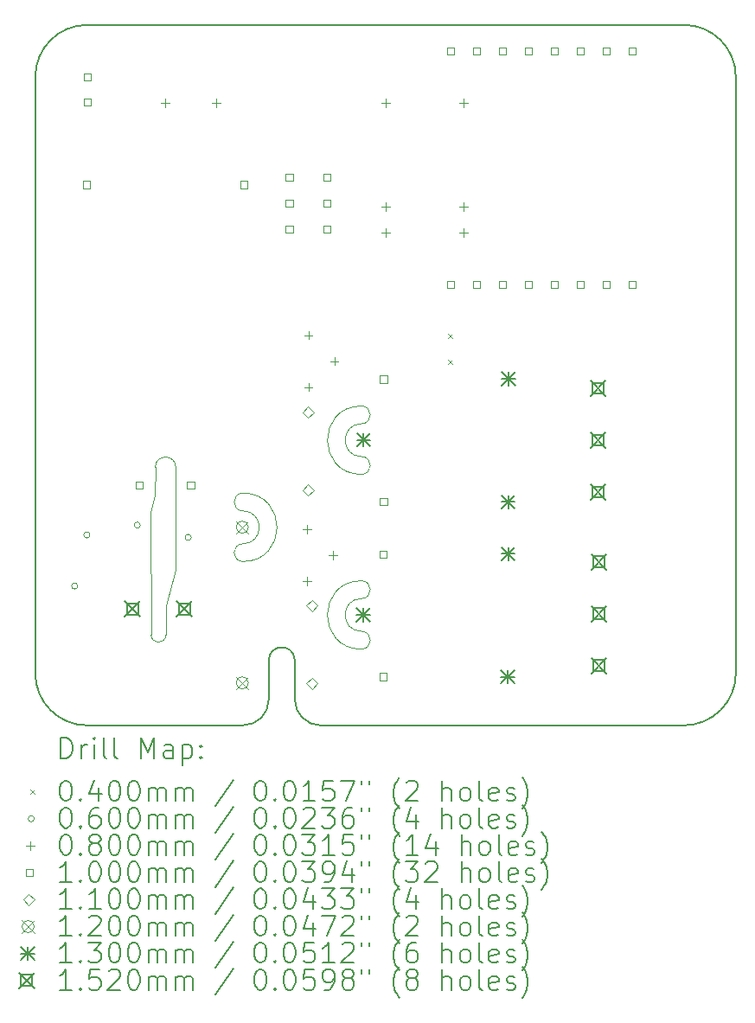
<source format=gbr>
%TF.GenerationSoftware,KiCad,Pcbnew,7.0.10*%
%TF.CreationDate,2024-02-08T08:41:23+01:00*%
%TF.ProjectId,double_relay,646f7562-6c65-45f7-9265-6c61792e6b69,rev?*%
%TF.SameCoordinates,Original*%
%TF.FileFunction,Drillmap*%
%TF.FilePolarity,Positive*%
%FSLAX45Y45*%
G04 Gerber Fmt 4.5, Leading zero omitted, Abs format (unit mm)*
G04 Created by KiCad (PCBNEW 7.0.10) date 2024-02-08 08:41:23*
%MOMM*%
%LPD*%
G01*
G04 APERTURE LIST*
%ADD10C,0.100000*%
%ADD11C,0.200000*%
%ADD12C,0.110000*%
%ADD13C,0.120000*%
%ADD14C,0.130000*%
%ADD15C,0.152000*%
G04 APERTURE END LIST*
D10*
X6455072Y-6873138D02*
X6455072Y-7878420D01*
X8273941Y-8651725D02*
G75*
G03*
X8273383Y-8477747I-1532J86985D01*
G01*
D11*
X11938000Y-3048000D02*
G75*
G03*
X11430000Y-2540000I-508000J0D01*
G01*
X5080000Y-8890000D02*
G75*
G03*
X5588000Y-9398000I508000J0D01*
G01*
X11430000Y-9398000D02*
G75*
G03*
X11938000Y-8890000I0J508000D01*
G01*
D10*
X8274141Y-6445051D02*
G75*
G03*
X8273879Y-6766668I359J-160809D01*
G01*
X8273370Y-7982154D02*
G75*
G03*
X8273941Y-8651721I920J-334783D01*
G01*
D11*
X7620000Y-9144000D02*
X7618949Y-8750647D01*
D10*
X7112000Y-7619994D02*
G75*
G03*
X7112558Y-7793974I1530J-86986D01*
G01*
D11*
X5080000Y-3048000D02*
X5080000Y-8890000D01*
X7366000Y-9144000D02*
X7366332Y-8756662D01*
X7618950Y-8750647D02*
G75*
G03*
X7366332Y-8756662I-126145J-9906D01*
G01*
D10*
X8274154Y-6940642D02*
G75*
G03*
X8273596Y-6766670I-1534J86982D01*
G01*
D11*
X5588000Y-2540000D02*
G75*
G03*
X5080000Y-3048000I0J-508000D01*
G01*
X11430000Y-2540000D02*
X5588000Y-2540000D01*
X7620000Y-9144000D02*
G75*
G03*
X7874000Y-9398000I254000J0D01*
G01*
D10*
X7111987Y-7124407D02*
G75*
G03*
X7112545Y-7298381I1533J-86983D01*
G01*
X6213690Y-8511691D02*
X6210851Y-7307624D01*
D11*
X11938000Y-8890000D02*
X11938000Y-3048000D01*
D10*
X6210851Y-7307624D02*
X6253447Y-7151436D01*
X6455072Y-7878420D02*
X6358519Y-8219194D01*
X6358519Y-8219194D02*
X6358519Y-8511691D01*
X8273928Y-8156134D02*
G75*
G03*
X8273666Y-8477745I362J-160806D01*
G01*
D11*
X7874000Y-9398000D02*
X11430000Y-9398000D01*
D10*
X6253447Y-7151436D02*
X6254236Y-6870278D01*
X7112558Y-7793974D02*
G75*
G03*
X7111987Y-7124407I-920J334783D01*
G01*
X8274142Y-6445055D02*
G75*
G03*
X8273583Y-6271077I-1532J86985D01*
G01*
D11*
X7112000Y-9398000D02*
G75*
G03*
X7366000Y-9144000I0J254000D01*
G01*
D10*
X6213690Y-8511691D02*
G75*
G03*
X6358519Y-8511691I72414J0D01*
G01*
X8273583Y-6271077D02*
G75*
G03*
X8274154Y-6940644I920J-334783D01*
G01*
X6455064Y-6873137D02*
G75*
G03*
X6254236Y-6870278I-100414J1428D01*
G01*
X8273928Y-8156118D02*
G75*
G03*
X8273370Y-7982154I-1528J86978D01*
G01*
X7112000Y-7619998D02*
G75*
G03*
X7112262Y-7298383I-360J160808D01*
G01*
D11*
X7112000Y-9398000D02*
X5588000Y-9398000D01*
D10*
X9124000Y-5568000D02*
X9164000Y-5608000D01*
X9164000Y-5568000D02*
X9124000Y-5608000D01*
X9124000Y-5822000D02*
X9164000Y-5862000D01*
X9164000Y-5822000D02*
X9124000Y-5862000D01*
X5494483Y-8033946D02*
G75*
G03*
X5434483Y-8033946I-30000J0D01*
G01*
X5434483Y-8033946D02*
G75*
G03*
X5494483Y-8033946I30000J0D01*
G01*
X5614483Y-7533946D02*
G75*
G03*
X5554483Y-7533946I-30000J0D01*
G01*
X5554483Y-7533946D02*
G75*
G03*
X5614483Y-7533946I30000J0D01*
G01*
X6107284Y-7437212D02*
G75*
G03*
X6047284Y-7437212I-30000J0D01*
G01*
X6047284Y-7437212D02*
G75*
G03*
X6107284Y-7437212I30000J0D01*
G01*
X6607284Y-7557212D02*
G75*
G03*
X6547284Y-7557212I-30000J0D01*
G01*
X6547284Y-7557212D02*
G75*
G03*
X6607284Y-7557212I30000J0D01*
G01*
X6350000Y-3262000D02*
X6350000Y-3342000D01*
X6310000Y-3302000D02*
X6390000Y-3302000D01*
X6850000Y-3262000D02*
X6850000Y-3342000D01*
X6810000Y-3302000D02*
X6890000Y-3302000D01*
X7741507Y-7436521D02*
X7741507Y-7516521D01*
X7701507Y-7476521D02*
X7781507Y-7476521D01*
X7741507Y-7944521D02*
X7741507Y-8024521D01*
X7701507Y-7984521D02*
X7781507Y-7984521D01*
X7754482Y-5538054D02*
X7754482Y-5618054D01*
X7714482Y-5578054D02*
X7794482Y-5578054D01*
X7754482Y-6046054D02*
X7754482Y-6126054D01*
X7714482Y-6086054D02*
X7794482Y-6086054D01*
X7995507Y-7690521D02*
X7995507Y-7770521D01*
X7955507Y-7730521D02*
X8035507Y-7730521D01*
X8008482Y-5792054D02*
X8008482Y-5872054D01*
X7968482Y-5832054D02*
X8048482Y-5832054D01*
X8509000Y-3262000D02*
X8509000Y-3342000D01*
X8469000Y-3302000D02*
X8549000Y-3302000D01*
X8509000Y-4278000D02*
X8509000Y-4358000D01*
X8469000Y-4318000D02*
X8549000Y-4318000D01*
X8509000Y-4532000D02*
X8509000Y-4612000D01*
X8469000Y-4572000D02*
X8549000Y-4572000D01*
X9271000Y-3262000D02*
X9271000Y-3342000D01*
X9231000Y-3302000D02*
X9311000Y-3302000D01*
X9271000Y-4278000D02*
X9271000Y-4358000D01*
X9231000Y-4318000D02*
X9311000Y-4318000D01*
X9271000Y-4532000D02*
X9271000Y-4612000D01*
X9231000Y-4572000D02*
X9311000Y-4572000D01*
X5615356Y-4139606D02*
X5615356Y-4068894D01*
X5544644Y-4068894D01*
X5544644Y-4139606D01*
X5615356Y-4139606D01*
X5623356Y-3083356D02*
X5623356Y-3012644D01*
X5552644Y-3012644D01*
X5552644Y-3083356D01*
X5623356Y-3083356D01*
X5623356Y-3333356D02*
X5623356Y-3262644D01*
X5552644Y-3262644D01*
X5552644Y-3333356D01*
X5623356Y-3333356D01*
X6135356Y-7079606D02*
X6135356Y-7008894D01*
X6064644Y-7008894D01*
X6064644Y-7079606D01*
X6135356Y-7079606D01*
X6635356Y-7079606D02*
X6635356Y-7008894D01*
X6564644Y-7008894D01*
X6564644Y-7079606D01*
X6635356Y-7079606D01*
X7155356Y-4139606D02*
X7155356Y-4068894D01*
X7084644Y-4068894D01*
X7084644Y-4139606D01*
X7155356Y-4139606D01*
X7600952Y-4066777D02*
X7600952Y-3996066D01*
X7530241Y-3996066D01*
X7530241Y-4066777D01*
X7600952Y-4066777D01*
X7600952Y-4320777D02*
X7600952Y-4250066D01*
X7530241Y-4250066D01*
X7530241Y-4320777D01*
X7600952Y-4320777D01*
X7600952Y-4574777D02*
X7600952Y-4504066D01*
X7530241Y-4504066D01*
X7530241Y-4574777D01*
X7600952Y-4574777D01*
X7971976Y-4066777D02*
X7971976Y-3996066D01*
X7901264Y-3996066D01*
X7901264Y-4066777D01*
X7971976Y-4066777D01*
X7971976Y-4320777D02*
X7971976Y-4250066D01*
X7901264Y-4250066D01*
X7901264Y-4320777D01*
X7971976Y-4320777D01*
X7971976Y-4574777D02*
X7971976Y-4504066D01*
X7901264Y-4504066D01*
X7901264Y-4574777D01*
X7971976Y-4574777D01*
X8519356Y-7757356D02*
X8519356Y-7686644D01*
X8448644Y-7686644D01*
X8448644Y-7757356D01*
X8519356Y-7757356D01*
X8519356Y-8957356D02*
X8519356Y-8886644D01*
X8448644Y-8886644D01*
X8448644Y-8957356D01*
X8519356Y-8957356D01*
X8524356Y-6044356D02*
X8524356Y-5973644D01*
X8453644Y-5973644D01*
X8453644Y-6044356D01*
X8524356Y-6044356D01*
X8524356Y-7244356D02*
X8524356Y-7173644D01*
X8453644Y-7173644D01*
X8453644Y-7244356D01*
X8524356Y-7244356D01*
X9179356Y-2829356D02*
X9179356Y-2758644D01*
X9108644Y-2758644D01*
X9108644Y-2829356D01*
X9179356Y-2829356D01*
X9179356Y-5115356D02*
X9179356Y-5044644D01*
X9108644Y-5044644D01*
X9108644Y-5115356D01*
X9179356Y-5115356D01*
X9433356Y-2829356D02*
X9433356Y-2758644D01*
X9362644Y-2758644D01*
X9362644Y-2829356D01*
X9433356Y-2829356D01*
X9433356Y-5115356D02*
X9433356Y-5044644D01*
X9362644Y-5044644D01*
X9362644Y-5115356D01*
X9433356Y-5115356D01*
X9687356Y-2829356D02*
X9687356Y-2758644D01*
X9616644Y-2758644D01*
X9616644Y-2829356D01*
X9687356Y-2829356D01*
X9687356Y-5115356D02*
X9687356Y-5044644D01*
X9616644Y-5044644D01*
X9616644Y-5115356D01*
X9687356Y-5115356D01*
X9941356Y-2829356D02*
X9941356Y-2758644D01*
X9870644Y-2758644D01*
X9870644Y-2829356D01*
X9941356Y-2829356D01*
X9941356Y-5115356D02*
X9941356Y-5044644D01*
X9870644Y-5044644D01*
X9870644Y-5115356D01*
X9941356Y-5115356D01*
X10195356Y-2829356D02*
X10195356Y-2758644D01*
X10124644Y-2758644D01*
X10124644Y-2829356D01*
X10195356Y-2829356D01*
X10195356Y-5115356D02*
X10195356Y-5044644D01*
X10124644Y-5044644D01*
X10124644Y-5115356D01*
X10195356Y-5115356D01*
X10449356Y-2829356D02*
X10449356Y-2758644D01*
X10378644Y-2758644D01*
X10378644Y-2829356D01*
X10449356Y-2829356D01*
X10449356Y-5115356D02*
X10449356Y-5044644D01*
X10378644Y-5044644D01*
X10378644Y-5115356D01*
X10449356Y-5115356D01*
X10703356Y-2829356D02*
X10703356Y-2758644D01*
X10632644Y-2758644D01*
X10632644Y-2829356D01*
X10703356Y-2829356D01*
X10703356Y-5115356D02*
X10703356Y-5044644D01*
X10632644Y-5044644D01*
X10632644Y-5115356D01*
X10703356Y-5115356D01*
X10957356Y-2829356D02*
X10957356Y-2758644D01*
X10886644Y-2758644D01*
X10886644Y-2829356D01*
X10957356Y-2829356D01*
X10957356Y-5115356D02*
X10957356Y-5044644D01*
X10886644Y-5044644D01*
X10886644Y-5115356D01*
X10957356Y-5115356D01*
D12*
X7751947Y-6389576D02*
X7806947Y-6334576D01*
X7751947Y-6279576D01*
X7696947Y-6334576D01*
X7751947Y-6389576D01*
X7751947Y-7151576D02*
X7806947Y-7096576D01*
X7751947Y-7041576D01*
X7696947Y-7096576D01*
X7751947Y-7151576D01*
X7790507Y-8281917D02*
X7845507Y-8226917D01*
X7790507Y-8171917D01*
X7735507Y-8226917D01*
X7790507Y-8281917D01*
X7790507Y-9043917D02*
X7845507Y-8988917D01*
X7790507Y-8933917D01*
X7735507Y-8988917D01*
X7790507Y-9043917D01*
D13*
X7046169Y-7398352D02*
X7166169Y-7518352D01*
X7166169Y-7398352D02*
X7046169Y-7518352D01*
X7166169Y-7458352D02*
G75*
G03*
X7046169Y-7458352I-60000J0D01*
G01*
X7046169Y-7458352D02*
G75*
G03*
X7166169Y-7458352I60000J0D01*
G01*
X7046169Y-8922352D02*
X7166169Y-9042352D01*
X7166169Y-8922352D02*
X7046169Y-9042352D01*
X7166169Y-8982352D02*
G75*
G03*
X7046169Y-8982352I-60000J0D01*
G01*
X7046169Y-8982352D02*
G75*
G03*
X7166169Y-8982352I60000J0D01*
G01*
D14*
X8224000Y-8252000D02*
X8354000Y-8382000D01*
X8354000Y-8252000D02*
X8224000Y-8382000D01*
X8289000Y-8252000D02*
X8289000Y-8382000D01*
X8224000Y-8317000D02*
X8354000Y-8317000D01*
X8229000Y-6539000D02*
X8359000Y-6669000D01*
X8359000Y-6539000D02*
X8229000Y-6669000D01*
X8294000Y-6539000D02*
X8294000Y-6669000D01*
X8229000Y-6604000D02*
X8359000Y-6604000D01*
X9639000Y-8857000D02*
X9769000Y-8987000D01*
X9769000Y-8857000D02*
X9639000Y-8987000D01*
X9704000Y-8857000D02*
X9704000Y-8987000D01*
X9639000Y-8922000D02*
X9769000Y-8922000D01*
X9644000Y-7144000D02*
X9774000Y-7274000D01*
X9774000Y-7144000D02*
X9644000Y-7274000D01*
X9709000Y-7144000D02*
X9709000Y-7274000D01*
X9644000Y-7209000D02*
X9774000Y-7209000D01*
X9644000Y-7652000D02*
X9774000Y-7782000D01*
X9774000Y-7652000D02*
X9644000Y-7782000D01*
X9709000Y-7652000D02*
X9709000Y-7782000D01*
X9644000Y-7717000D02*
X9774000Y-7717000D01*
X9649000Y-5939000D02*
X9779000Y-6069000D01*
X9779000Y-5939000D02*
X9649000Y-6069000D01*
X9714000Y-5939000D02*
X9714000Y-6069000D01*
X9649000Y-6004000D02*
X9779000Y-6004000D01*
D15*
X5955964Y-8182857D02*
X6107964Y-8334857D01*
X6107964Y-8182857D02*
X5955964Y-8334857D01*
X6085705Y-8312598D02*
X6085705Y-8205116D01*
X5978224Y-8205116D01*
X5978224Y-8312598D01*
X6085705Y-8312598D01*
X6463964Y-8182857D02*
X6615964Y-8334857D01*
X6615964Y-8182857D02*
X6463964Y-8334857D01*
X6593705Y-8312598D02*
X6593705Y-8205116D01*
X6486224Y-8205116D01*
X6486224Y-8312598D01*
X6593705Y-8312598D01*
X10512951Y-6021429D02*
X10664951Y-6173429D01*
X10664951Y-6021429D02*
X10512951Y-6173429D01*
X10642692Y-6151170D02*
X10642692Y-6043688D01*
X10535211Y-6043688D01*
X10535211Y-6151170D01*
X10642692Y-6151170D01*
X10512951Y-6529429D02*
X10664951Y-6681429D01*
X10664951Y-6529429D02*
X10512951Y-6681429D01*
X10642692Y-6659170D02*
X10642692Y-6551688D01*
X10535211Y-6551688D01*
X10535211Y-6659170D01*
X10642692Y-6659170D01*
X10512951Y-7037429D02*
X10664951Y-7189429D01*
X10664951Y-7037429D02*
X10512951Y-7189429D01*
X10642692Y-7167170D02*
X10642692Y-7059688D01*
X10535211Y-7059688D01*
X10535211Y-7167170D01*
X10642692Y-7167170D01*
X10521678Y-7719747D02*
X10673678Y-7871747D01*
X10673678Y-7719747D02*
X10521678Y-7871747D01*
X10651419Y-7849488D02*
X10651419Y-7742007D01*
X10543938Y-7742007D01*
X10543938Y-7849488D01*
X10651419Y-7849488D01*
X10521678Y-8227747D02*
X10673678Y-8379747D01*
X10673678Y-8227747D02*
X10521678Y-8379747D01*
X10651419Y-8357488D02*
X10651419Y-8250007D01*
X10543938Y-8250007D01*
X10543938Y-8357488D01*
X10651419Y-8357488D01*
X10521678Y-8735748D02*
X10673678Y-8887748D01*
X10673678Y-8735748D02*
X10521678Y-8887748D01*
X10651419Y-8865488D02*
X10651419Y-8758007D01*
X10543938Y-8758007D01*
X10543938Y-8865488D01*
X10651419Y-8865488D01*
D11*
X5330777Y-9719484D02*
X5330777Y-9519484D01*
X5330777Y-9519484D02*
X5378396Y-9519484D01*
X5378396Y-9519484D02*
X5406967Y-9529008D01*
X5406967Y-9529008D02*
X5426015Y-9548055D01*
X5426015Y-9548055D02*
X5435539Y-9567103D01*
X5435539Y-9567103D02*
X5445063Y-9605198D01*
X5445063Y-9605198D02*
X5445063Y-9633770D01*
X5445063Y-9633770D02*
X5435539Y-9671865D01*
X5435539Y-9671865D02*
X5426015Y-9690912D01*
X5426015Y-9690912D02*
X5406967Y-9709960D01*
X5406967Y-9709960D02*
X5378396Y-9719484D01*
X5378396Y-9719484D02*
X5330777Y-9719484D01*
X5530777Y-9719484D02*
X5530777Y-9586150D01*
X5530777Y-9624246D02*
X5540301Y-9605198D01*
X5540301Y-9605198D02*
X5549824Y-9595674D01*
X5549824Y-9595674D02*
X5568872Y-9586150D01*
X5568872Y-9586150D02*
X5587920Y-9586150D01*
X5654586Y-9719484D02*
X5654586Y-9586150D01*
X5654586Y-9519484D02*
X5645062Y-9529008D01*
X5645062Y-9529008D02*
X5654586Y-9538531D01*
X5654586Y-9538531D02*
X5664110Y-9529008D01*
X5664110Y-9529008D02*
X5654586Y-9519484D01*
X5654586Y-9519484D02*
X5654586Y-9538531D01*
X5778396Y-9719484D02*
X5759348Y-9709960D01*
X5759348Y-9709960D02*
X5749824Y-9690912D01*
X5749824Y-9690912D02*
X5749824Y-9519484D01*
X5883158Y-9719484D02*
X5864110Y-9709960D01*
X5864110Y-9709960D02*
X5854586Y-9690912D01*
X5854586Y-9690912D02*
X5854586Y-9519484D01*
X6111729Y-9719484D02*
X6111729Y-9519484D01*
X6111729Y-9519484D02*
X6178396Y-9662341D01*
X6178396Y-9662341D02*
X6245062Y-9519484D01*
X6245062Y-9519484D02*
X6245062Y-9719484D01*
X6426015Y-9719484D02*
X6426015Y-9614722D01*
X6426015Y-9614722D02*
X6416491Y-9595674D01*
X6416491Y-9595674D02*
X6397443Y-9586150D01*
X6397443Y-9586150D02*
X6359348Y-9586150D01*
X6359348Y-9586150D02*
X6340301Y-9595674D01*
X6426015Y-9709960D02*
X6406967Y-9719484D01*
X6406967Y-9719484D02*
X6359348Y-9719484D01*
X6359348Y-9719484D02*
X6340301Y-9709960D01*
X6340301Y-9709960D02*
X6330777Y-9690912D01*
X6330777Y-9690912D02*
X6330777Y-9671865D01*
X6330777Y-9671865D02*
X6340301Y-9652817D01*
X6340301Y-9652817D02*
X6359348Y-9643293D01*
X6359348Y-9643293D02*
X6406967Y-9643293D01*
X6406967Y-9643293D02*
X6426015Y-9633770D01*
X6521253Y-9586150D02*
X6521253Y-9786150D01*
X6521253Y-9595674D02*
X6540301Y-9586150D01*
X6540301Y-9586150D02*
X6578396Y-9586150D01*
X6578396Y-9586150D02*
X6597443Y-9595674D01*
X6597443Y-9595674D02*
X6606967Y-9605198D01*
X6606967Y-9605198D02*
X6616491Y-9624246D01*
X6616491Y-9624246D02*
X6616491Y-9681389D01*
X6616491Y-9681389D02*
X6606967Y-9700436D01*
X6606967Y-9700436D02*
X6597443Y-9709960D01*
X6597443Y-9709960D02*
X6578396Y-9719484D01*
X6578396Y-9719484D02*
X6540301Y-9719484D01*
X6540301Y-9719484D02*
X6521253Y-9709960D01*
X6702205Y-9700436D02*
X6711729Y-9709960D01*
X6711729Y-9709960D02*
X6702205Y-9719484D01*
X6702205Y-9719484D02*
X6692682Y-9709960D01*
X6692682Y-9709960D02*
X6702205Y-9700436D01*
X6702205Y-9700436D02*
X6702205Y-9719484D01*
X6702205Y-9595674D02*
X6711729Y-9605198D01*
X6711729Y-9605198D02*
X6702205Y-9614722D01*
X6702205Y-9614722D02*
X6692682Y-9605198D01*
X6692682Y-9605198D02*
X6702205Y-9595674D01*
X6702205Y-9595674D02*
X6702205Y-9614722D01*
D10*
X5030000Y-10028000D02*
X5070000Y-10068000D01*
X5070000Y-10028000D02*
X5030000Y-10068000D01*
D11*
X5368872Y-9939484D02*
X5387920Y-9939484D01*
X5387920Y-9939484D02*
X5406967Y-9949008D01*
X5406967Y-9949008D02*
X5416491Y-9958531D01*
X5416491Y-9958531D02*
X5426015Y-9977579D01*
X5426015Y-9977579D02*
X5435539Y-10015674D01*
X5435539Y-10015674D02*
X5435539Y-10063293D01*
X5435539Y-10063293D02*
X5426015Y-10101389D01*
X5426015Y-10101389D02*
X5416491Y-10120436D01*
X5416491Y-10120436D02*
X5406967Y-10129960D01*
X5406967Y-10129960D02*
X5387920Y-10139484D01*
X5387920Y-10139484D02*
X5368872Y-10139484D01*
X5368872Y-10139484D02*
X5349824Y-10129960D01*
X5349824Y-10129960D02*
X5340301Y-10120436D01*
X5340301Y-10120436D02*
X5330777Y-10101389D01*
X5330777Y-10101389D02*
X5321253Y-10063293D01*
X5321253Y-10063293D02*
X5321253Y-10015674D01*
X5321253Y-10015674D02*
X5330777Y-9977579D01*
X5330777Y-9977579D02*
X5340301Y-9958531D01*
X5340301Y-9958531D02*
X5349824Y-9949008D01*
X5349824Y-9949008D02*
X5368872Y-9939484D01*
X5521253Y-10120436D02*
X5530777Y-10129960D01*
X5530777Y-10129960D02*
X5521253Y-10139484D01*
X5521253Y-10139484D02*
X5511729Y-10129960D01*
X5511729Y-10129960D02*
X5521253Y-10120436D01*
X5521253Y-10120436D02*
X5521253Y-10139484D01*
X5702205Y-10006150D02*
X5702205Y-10139484D01*
X5654586Y-9929960D02*
X5606967Y-10072817D01*
X5606967Y-10072817D02*
X5730777Y-10072817D01*
X5845062Y-9939484D02*
X5864110Y-9939484D01*
X5864110Y-9939484D02*
X5883158Y-9949008D01*
X5883158Y-9949008D02*
X5892682Y-9958531D01*
X5892682Y-9958531D02*
X5902205Y-9977579D01*
X5902205Y-9977579D02*
X5911729Y-10015674D01*
X5911729Y-10015674D02*
X5911729Y-10063293D01*
X5911729Y-10063293D02*
X5902205Y-10101389D01*
X5902205Y-10101389D02*
X5892682Y-10120436D01*
X5892682Y-10120436D02*
X5883158Y-10129960D01*
X5883158Y-10129960D02*
X5864110Y-10139484D01*
X5864110Y-10139484D02*
X5845062Y-10139484D01*
X5845062Y-10139484D02*
X5826015Y-10129960D01*
X5826015Y-10129960D02*
X5816491Y-10120436D01*
X5816491Y-10120436D02*
X5806967Y-10101389D01*
X5806967Y-10101389D02*
X5797443Y-10063293D01*
X5797443Y-10063293D02*
X5797443Y-10015674D01*
X5797443Y-10015674D02*
X5806967Y-9977579D01*
X5806967Y-9977579D02*
X5816491Y-9958531D01*
X5816491Y-9958531D02*
X5826015Y-9949008D01*
X5826015Y-9949008D02*
X5845062Y-9939484D01*
X6035539Y-9939484D02*
X6054586Y-9939484D01*
X6054586Y-9939484D02*
X6073634Y-9949008D01*
X6073634Y-9949008D02*
X6083158Y-9958531D01*
X6083158Y-9958531D02*
X6092682Y-9977579D01*
X6092682Y-9977579D02*
X6102205Y-10015674D01*
X6102205Y-10015674D02*
X6102205Y-10063293D01*
X6102205Y-10063293D02*
X6092682Y-10101389D01*
X6092682Y-10101389D02*
X6083158Y-10120436D01*
X6083158Y-10120436D02*
X6073634Y-10129960D01*
X6073634Y-10129960D02*
X6054586Y-10139484D01*
X6054586Y-10139484D02*
X6035539Y-10139484D01*
X6035539Y-10139484D02*
X6016491Y-10129960D01*
X6016491Y-10129960D02*
X6006967Y-10120436D01*
X6006967Y-10120436D02*
X5997443Y-10101389D01*
X5997443Y-10101389D02*
X5987920Y-10063293D01*
X5987920Y-10063293D02*
X5987920Y-10015674D01*
X5987920Y-10015674D02*
X5997443Y-9977579D01*
X5997443Y-9977579D02*
X6006967Y-9958531D01*
X6006967Y-9958531D02*
X6016491Y-9949008D01*
X6016491Y-9949008D02*
X6035539Y-9939484D01*
X6187920Y-10139484D02*
X6187920Y-10006150D01*
X6187920Y-10025198D02*
X6197443Y-10015674D01*
X6197443Y-10015674D02*
X6216491Y-10006150D01*
X6216491Y-10006150D02*
X6245063Y-10006150D01*
X6245063Y-10006150D02*
X6264110Y-10015674D01*
X6264110Y-10015674D02*
X6273634Y-10034722D01*
X6273634Y-10034722D02*
X6273634Y-10139484D01*
X6273634Y-10034722D02*
X6283158Y-10015674D01*
X6283158Y-10015674D02*
X6302205Y-10006150D01*
X6302205Y-10006150D02*
X6330777Y-10006150D01*
X6330777Y-10006150D02*
X6349824Y-10015674D01*
X6349824Y-10015674D02*
X6359348Y-10034722D01*
X6359348Y-10034722D02*
X6359348Y-10139484D01*
X6454586Y-10139484D02*
X6454586Y-10006150D01*
X6454586Y-10025198D02*
X6464110Y-10015674D01*
X6464110Y-10015674D02*
X6483158Y-10006150D01*
X6483158Y-10006150D02*
X6511729Y-10006150D01*
X6511729Y-10006150D02*
X6530777Y-10015674D01*
X6530777Y-10015674D02*
X6540301Y-10034722D01*
X6540301Y-10034722D02*
X6540301Y-10139484D01*
X6540301Y-10034722D02*
X6549824Y-10015674D01*
X6549824Y-10015674D02*
X6568872Y-10006150D01*
X6568872Y-10006150D02*
X6597443Y-10006150D01*
X6597443Y-10006150D02*
X6616491Y-10015674D01*
X6616491Y-10015674D02*
X6626015Y-10034722D01*
X6626015Y-10034722D02*
X6626015Y-10139484D01*
X7016491Y-9929960D02*
X6845063Y-10187103D01*
X7273634Y-9939484D02*
X7292682Y-9939484D01*
X7292682Y-9939484D02*
X7311729Y-9949008D01*
X7311729Y-9949008D02*
X7321253Y-9958531D01*
X7321253Y-9958531D02*
X7330777Y-9977579D01*
X7330777Y-9977579D02*
X7340301Y-10015674D01*
X7340301Y-10015674D02*
X7340301Y-10063293D01*
X7340301Y-10063293D02*
X7330777Y-10101389D01*
X7330777Y-10101389D02*
X7321253Y-10120436D01*
X7321253Y-10120436D02*
X7311729Y-10129960D01*
X7311729Y-10129960D02*
X7292682Y-10139484D01*
X7292682Y-10139484D02*
X7273634Y-10139484D01*
X7273634Y-10139484D02*
X7254586Y-10129960D01*
X7254586Y-10129960D02*
X7245063Y-10120436D01*
X7245063Y-10120436D02*
X7235539Y-10101389D01*
X7235539Y-10101389D02*
X7226015Y-10063293D01*
X7226015Y-10063293D02*
X7226015Y-10015674D01*
X7226015Y-10015674D02*
X7235539Y-9977579D01*
X7235539Y-9977579D02*
X7245063Y-9958531D01*
X7245063Y-9958531D02*
X7254586Y-9949008D01*
X7254586Y-9949008D02*
X7273634Y-9939484D01*
X7426015Y-10120436D02*
X7435539Y-10129960D01*
X7435539Y-10129960D02*
X7426015Y-10139484D01*
X7426015Y-10139484D02*
X7416491Y-10129960D01*
X7416491Y-10129960D02*
X7426015Y-10120436D01*
X7426015Y-10120436D02*
X7426015Y-10139484D01*
X7559348Y-9939484D02*
X7578396Y-9939484D01*
X7578396Y-9939484D02*
X7597444Y-9949008D01*
X7597444Y-9949008D02*
X7606967Y-9958531D01*
X7606967Y-9958531D02*
X7616491Y-9977579D01*
X7616491Y-9977579D02*
X7626015Y-10015674D01*
X7626015Y-10015674D02*
X7626015Y-10063293D01*
X7626015Y-10063293D02*
X7616491Y-10101389D01*
X7616491Y-10101389D02*
X7606967Y-10120436D01*
X7606967Y-10120436D02*
X7597444Y-10129960D01*
X7597444Y-10129960D02*
X7578396Y-10139484D01*
X7578396Y-10139484D02*
X7559348Y-10139484D01*
X7559348Y-10139484D02*
X7540301Y-10129960D01*
X7540301Y-10129960D02*
X7530777Y-10120436D01*
X7530777Y-10120436D02*
X7521253Y-10101389D01*
X7521253Y-10101389D02*
X7511729Y-10063293D01*
X7511729Y-10063293D02*
X7511729Y-10015674D01*
X7511729Y-10015674D02*
X7521253Y-9977579D01*
X7521253Y-9977579D02*
X7530777Y-9958531D01*
X7530777Y-9958531D02*
X7540301Y-9949008D01*
X7540301Y-9949008D02*
X7559348Y-9939484D01*
X7816491Y-10139484D02*
X7702206Y-10139484D01*
X7759348Y-10139484D02*
X7759348Y-9939484D01*
X7759348Y-9939484D02*
X7740301Y-9968055D01*
X7740301Y-9968055D02*
X7721253Y-9987103D01*
X7721253Y-9987103D02*
X7702206Y-9996627D01*
X7997444Y-9939484D02*
X7902206Y-9939484D01*
X7902206Y-9939484D02*
X7892682Y-10034722D01*
X7892682Y-10034722D02*
X7902206Y-10025198D01*
X7902206Y-10025198D02*
X7921253Y-10015674D01*
X7921253Y-10015674D02*
X7968872Y-10015674D01*
X7968872Y-10015674D02*
X7987920Y-10025198D01*
X7987920Y-10025198D02*
X7997444Y-10034722D01*
X7997444Y-10034722D02*
X8006967Y-10053770D01*
X8006967Y-10053770D02*
X8006967Y-10101389D01*
X8006967Y-10101389D02*
X7997444Y-10120436D01*
X7997444Y-10120436D02*
X7987920Y-10129960D01*
X7987920Y-10129960D02*
X7968872Y-10139484D01*
X7968872Y-10139484D02*
X7921253Y-10139484D01*
X7921253Y-10139484D02*
X7902206Y-10129960D01*
X7902206Y-10129960D02*
X7892682Y-10120436D01*
X8073634Y-9939484D02*
X8206967Y-9939484D01*
X8206967Y-9939484D02*
X8121253Y-10139484D01*
X8273634Y-9939484D02*
X8273634Y-9977579D01*
X8349825Y-9939484D02*
X8349825Y-9977579D01*
X8645063Y-10215674D02*
X8635539Y-10206150D01*
X8635539Y-10206150D02*
X8616491Y-10177579D01*
X8616491Y-10177579D02*
X8606968Y-10158531D01*
X8606968Y-10158531D02*
X8597444Y-10129960D01*
X8597444Y-10129960D02*
X8587920Y-10082341D01*
X8587920Y-10082341D02*
X8587920Y-10044246D01*
X8587920Y-10044246D02*
X8597444Y-9996627D01*
X8597444Y-9996627D02*
X8606968Y-9968055D01*
X8606968Y-9968055D02*
X8616491Y-9949008D01*
X8616491Y-9949008D02*
X8635539Y-9920436D01*
X8635539Y-9920436D02*
X8645063Y-9910912D01*
X8711730Y-9958531D02*
X8721253Y-9949008D01*
X8721253Y-9949008D02*
X8740301Y-9939484D01*
X8740301Y-9939484D02*
X8787920Y-9939484D01*
X8787920Y-9939484D02*
X8806968Y-9949008D01*
X8806968Y-9949008D02*
X8816491Y-9958531D01*
X8816491Y-9958531D02*
X8826015Y-9977579D01*
X8826015Y-9977579D02*
X8826015Y-9996627D01*
X8826015Y-9996627D02*
X8816491Y-10025198D01*
X8816491Y-10025198D02*
X8702206Y-10139484D01*
X8702206Y-10139484D02*
X8826015Y-10139484D01*
X9064111Y-10139484D02*
X9064111Y-9939484D01*
X9149825Y-10139484D02*
X9149825Y-10034722D01*
X9149825Y-10034722D02*
X9140301Y-10015674D01*
X9140301Y-10015674D02*
X9121253Y-10006150D01*
X9121253Y-10006150D02*
X9092682Y-10006150D01*
X9092682Y-10006150D02*
X9073634Y-10015674D01*
X9073634Y-10015674D02*
X9064111Y-10025198D01*
X9273634Y-10139484D02*
X9254587Y-10129960D01*
X9254587Y-10129960D02*
X9245063Y-10120436D01*
X9245063Y-10120436D02*
X9235539Y-10101389D01*
X9235539Y-10101389D02*
X9235539Y-10044246D01*
X9235539Y-10044246D02*
X9245063Y-10025198D01*
X9245063Y-10025198D02*
X9254587Y-10015674D01*
X9254587Y-10015674D02*
X9273634Y-10006150D01*
X9273634Y-10006150D02*
X9302206Y-10006150D01*
X9302206Y-10006150D02*
X9321253Y-10015674D01*
X9321253Y-10015674D02*
X9330777Y-10025198D01*
X9330777Y-10025198D02*
X9340301Y-10044246D01*
X9340301Y-10044246D02*
X9340301Y-10101389D01*
X9340301Y-10101389D02*
X9330777Y-10120436D01*
X9330777Y-10120436D02*
X9321253Y-10129960D01*
X9321253Y-10129960D02*
X9302206Y-10139484D01*
X9302206Y-10139484D02*
X9273634Y-10139484D01*
X9454587Y-10139484D02*
X9435539Y-10129960D01*
X9435539Y-10129960D02*
X9426015Y-10110912D01*
X9426015Y-10110912D02*
X9426015Y-9939484D01*
X9606968Y-10129960D02*
X9587920Y-10139484D01*
X9587920Y-10139484D02*
X9549825Y-10139484D01*
X9549825Y-10139484D02*
X9530777Y-10129960D01*
X9530777Y-10129960D02*
X9521253Y-10110912D01*
X9521253Y-10110912D02*
X9521253Y-10034722D01*
X9521253Y-10034722D02*
X9530777Y-10015674D01*
X9530777Y-10015674D02*
X9549825Y-10006150D01*
X9549825Y-10006150D02*
X9587920Y-10006150D01*
X9587920Y-10006150D02*
X9606968Y-10015674D01*
X9606968Y-10015674D02*
X9616492Y-10034722D01*
X9616492Y-10034722D02*
X9616492Y-10053770D01*
X9616492Y-10053770D02*
X9521253Y-10072817D01*
X9692682Y-10129960D02*
X9711730Y-10139484D01*
X9711730Y-10139484D02*
X9749825Y-10139484D01*
X9749825Y-10139484D02*
X9768873Y-10129960D01*
X9768873Y-10129960D02*
X9778396Y-10110912D01*
X9778396Y-10110912D02*
X9778396Y-10101389D01*
X9778396Y-10101389D02*
X9768873Y-10082341D01*
X9768873Y-10082341D02*
X9749825Y-10072817D01*
X9749825Y-10072817D02*
X9721253Y-10072817D01*
X9721253Y-10072817D02*
X9702206Y-10063293D01*
X9702206Y-10063293D02*
X9692682Y-10044246D01*
X9692682Y-10044246D02*
X9692682Y-10034722D01*
X9692682Y-10034722D02*
X9702206Y-10015674D01*
X9702206Y-10015674D02*
X9721253Y-10006150D01*
X9721253Y-10006150D02*
X9749825Y-10006150D01*
X9749825Y-10006150D02*
X9768873Y-10015674D01*
X9845063Y-10215674D02*
X9854587Y-10206150D01*
X9854587Y-10206150D02*
X9873634Y-10177579D01*
X9873634Y-10177579D02*
X9883158Y-10158531D01*
X9883158Y-10158531D02*
X9892682Y-10129960D01*
X9892682Y-10129960D02*
X9902206Y-10082341D01*
X9902206Y-10082341D02*
X9902206Y-10044246D01*
X9902206Y-10044246D02*
X9892682Y-9996627D01*
X9892682Y-9996627D02*
X9883158Y-9968055D01*
X9883158Y-9968055D02*
X9873634Y-9949008D01*
X9873634Y-9949008D02*
X9854587Y-9920436D01*
X9854587Y-9920436D02*
X9845063Y-9910912D01*
D10*
X5070000Y-10312000D02*
G75*
G03*
X5010000Y-10312000I-30000J0D01*
G01*
X5010000Y-10312000D02*
G75*
G03*
X5070000Y-10312000I30000J0D01*
G01*
D11*
X5368872Y-10203484D02*
X5387920Y-10203484D01*
X5387920Y-10203484D02*
X5406967Y-10213008D01*
X5406967Y-10213008D02*
X5416491Y-10222531D01*
X5416491Y-10222531D02*
X5426015Y-10241579D01*
X5426015Y-10241579D02*
X5435539Y-10279674D01*
X5435539Y-10279674D02*
X5435539Y-10327293D01*
X5435539Y-10327293D02*
X5426015Y-10365389D01*
X5426015Y-10365389D02*
X5416491Y-10384436D01*
X5416491Y-10384436D02*
X5406967Y-10393960D01*
X5406967Y-10393960D02*
X5387920Y-10403484D01*
X5387920Y-10403484D02*
X5368872Y-10403484D01*
X5368872Y-10403484D02*
X5349824Y-10393960D01*
X5349824Y-10393960D02*
X5340301Y-10384436D01*
X5340301Y-10384436D02*
X5330777Y-10365389D01*
X5330777Y-10365389D02*
X5321253Y-10327293D01*
X5321253Y-10327293D02*
X5321253Y-10279674D01*
X5321253Y-10279674D02*
X5330777Y-10241579D01*
X5330777Y-10241579D02*
X5340301Y-10222531D01*
X5340301Y-10222531D02*
X5349824Y-10213008D01*
X5349824Y-10213008D02*
X5368872Y-10203484D01*
X5521253Y-10384436D02*
X5530777Y-10393960D01*
X5530777Y-10393960D02*
X5521253Y-10403484D01*
X5521253Y-10403484D02*
X5511729Y-10393960D01*
X5511729Y-10393960D02*
X5521253Y-10384436D01*
X5521253Y-10384436D02*
X5521253Y-10403484D01*
X5702205Y-10203484D02*
X5664110Y-10203484D01*
X5664110Y-10203484D02*
X5645062Y-10213008D01*
X5645062Y-10213008D02*
X5635539Y-10222531D01*
X5635539Y-10222531D02*
X5616491Y-10251103D01*
X5616491Y-10251103D02*
X5606967Y-10289198D01*
X5606967Y-10289198D02*
X5606967Y-10365389D01*
X5606967Y-10365389D02*
X5616491Y-10384436D01*
X5616491Y-10384436D02*
X5626015Y-10393960D01*
X5626015Y-10393960D02*
X5645062Y-10403484D01*
X5645062Y-10403484D02*
X5683158Y-10403484D01*
X5683158Y-10403484D02*
X5702205Y-10393960D01*
X5702205Y-10393960D02*
X5711729Y-10384436D01*
X5711729Y-10384436D02*
X5721253Y-10365389D01*
X5721253Y-10365389D02*
X5721253Y-10317770D01*
X5721253Y-10317770D02*
X5711729Y-10298722D01*
X5711729Y-10298722D02*
X5702205Y-10289198D01*
X5702205Y-10289198D02*
X5683158Y-10279674D01*
X5683158Y-10279674D02*
X5645062Y-10279674D01*
X5645062Y-10279674D02*
X5626015Y-10289198D01*
X5626015Y-10289198D02*
X5616491Y-10298722D01*
X5616491Y-10298722D02*
X5606967Y-10317770D01*
X5845062Y-10203484D02*
X5864110Y-10203484D01*
X5864110Y-10203484D02*
X5883158Y-10213008D01*
X5883158Y-10213008D02*
X5892682Y-10222531D01*
X5892682Y-10222531D02*
X5902205Y-10241579D01*
X5902205Y-10241579D02*
X5911729Y-10279674D01*
X5911729Y-10279674D02*
X5911729Y-10327293D01*
X5911729Y-10327293D02*
X5902205Y-10365389D01*
X5902205Y-10365389D02*
X5892682Y-10384436D01*
X5892682Y-10384436D02*
X5883158Y-10393960D01*
X5883158Y-10393960D02*
X5864110Y-10403484D01*
X5864110Y-10403484D02*
X5845062Y-10403484D01*
X5845062Y-10403484D02*
X5826015Y-10393960D01*
X5826015Y-10393960D02*
X5816491Y-10384436D01*
X5816491Y-10384436D02*
X5806967Y-10365389D01*
X5806967Y-10365389D02*
X5797443Y-10327293D01*
X5797443Y-10327293D02*
X5797443Y-10279674D01*
X5797443Y-10279674D02*
X5806967Y-10241579D01*
X5806967Y-10241579D02*
X5816491Y-10222531D01*
X5816491Y-10222531D02*
X5826015Y-10213008D01*
X5826015Y-10213008D02*
X5845062Y-10203484D01*
X6035539Y-10203484D02*
X6054586Y-10203484D01*
X6054586Y-10203484D02*
X6073634Y-10213008D01*
X6073634Y-10213008D02*
X6083158Y-10222531D01*
X6083158Y-10222531D02*
X6092682Y-10241579D01*
X6092682Y-10241579D02*
X6102205Y-10279674D01*
X6102205Y-10279674D02*
X6102205Y-10327293D01*
X6102205Y-10327293D02*
X6092682Y-10365389D01*
X6092682Y-10365389D02*
X6083158Y-10384436D01*
X6083158Y-10384436D02*
X6073634Y-10393960D01*
X6073634Y-10393960D02*
X6054586Y-10403484D01*
X6054586Y-10403484D02*
X6035539Y-10403484D01*
X6035539Y-10403484D02*
X6016491Y-10393960D01*
X6016491Y-10393960D02*
X6006967Y-10384436D01*
X6006967Y-10384436D02*
X5997443Y-10365389D01*
X5997443Y-10365389D02*
X5987920Y-10327293D01*
X5987920Y-10327293D02*
X5987920Y-10279674D01*
X5987920Y-10279674D02*
X5997443Y-10241579D01*
X5997443Y-10241579D02*
X6006967Y-10222531D01*
X6006967Y-10222531D02*
X6016491Y-10213008D01*
X6016491Y-10213008D02*
X6035539Y-10203484D01*
X6187920Y-10403484D02*
X6187920Y-10270150D01*
X6187920Y-10289198D02*
X6197443Y-10279674D01*
X6197443Y-10279674D02*
X6216491Y-10270150D01*
X6216491Y-10270150D02*
X6245063Y-10270150D01*
X6245063Y-10270150D02*
X6264110Y-10279674D01*
X6264110Y-10279674D02*
X6273634Y-10298722D01*
X6273634Y-10298722D02*
X6273634Y-10403484D01*
X6273634Y-10298722D02*
X6283158Y-10279674D01*
X6283158Y-10279674D02*
X6302205Y-10270150D01*
X6302205Y-10270150D02*
X6330777Y-10270150D01*
X6330777Y-10270150D02*
X6349824Y-10279674D01*
X6349824Y-10279674D02*
X6359348Y-10298722D01*
X6359348Y-10298722D02*
X6359348Y-10403484D01*
X6454586Y-10403484D02*
X6454586Y-10270150D01*
X6454586Y-10289198D02*
X6464110Y-10279674D01*
X6464110Y-10279674D02*
X6483158Y-10270150D01*
X6483158Y-10270150D02*
X6511729Y-10270150D01*
X6511729Y-10270150D02*
X6530777Y-10279674D01*
X6530777Y-10279674D02*
X6540301Y-10298722D01*
X6540301Y-10298722D02*
X6540301Y-10403484D01*
X6540301Y-10298722D02*
X6549824Y-10279674D01*
X6549824Y-10279674D02*
X6568872Y-10270150D01*
X6568872Y-10270150D02*
X6597443Y-10270150D01*
X6597443Y-10270150D02*
X6616491Y-10279674D01*
X6616491Y-10279674D02*
X6626015Y-10298722D01*
X6626015Y-10298722D02*
X6626015Y-10403484D01*
X7016491Y-10193960D02*
X6845063Y-10451103D01*
X7273634Y-10203484D02*
X7292682Y-10203484D01*
X7292682Y-10203484D02*
X7311729Y-10213008D01*
X7311729Y-10213008D02*
X7321253Y-10222531D01*
X7321253Y-10222531D02*
X7330777Y-10241579D01*
X7330777Y-10241579D02*
X7340301Y-10279674D01*
X7340301Y-10279674D02*
X7340301Y-10327293D01*
X7340301Y-10327293D02*
X7330777Y-10365389D01*
X7330777Y-10365389D02*
X7321253Y-10384436D01*
X7321253Y-10384436D02*
X7311729Y-10393960D01*
X7311729Y-10393960D02*
X7292682Y-10403484D01*
X7292682Y-10403484D02*
X7273634Y-10403484D01*
X7273634Y-10403484D02*
X7254586Y-10393960D01*
X7254586Y-10393960D02*
X7245063Y-10384436D01*
X7245063Y-10384436D02*
X7235539Y-10365389D01*
X7235539Y-10365389D02*
X7226015Y-10327293D01*
X7226015Y-10327293D02*
X7226015Y-10279674D01*
X7226015Y-10279674D02*
X7235539Y-10241579D01*
X7235539Y-10241579D02*
X7245063Y-10222531D01*
X7245063Y-10222531D02*
X7254586Y-10213008D01*
X7254586Y-10213008D02*
X7273634Y-10203484D01*
X7426015Y-10384436D02*
X7435539Y-10393960D01*
X7435539Y-10393960D02*
X7426015Y-10403484D01*
X7426015Y-10403484D02*
X7416491Y-10393960D01*
X7416491Y-10393960D02*
X7426015Y-10384436D01*
X7426015Y-10384436D02*
X7426015Y-10403484D01*
X7559348Y-10203484D02*
X7578396Y-10203484D01*
X7578396Y-10203484D02*
X7597444Y-10213008D01*
X7597444Y-10213008D02*
X7606967Y-10222531D01*
X7606967Y-10222531D02*
X7616491Y-10241579D01*
X7616491Y-10241579D02*
X7626015Y-10279674D01*
X7626015Y-10279674D02*
X7626015Y-10327293D01*
X7626015Y-10327293D02*
X7616491Y-10365389D01*
X7616491Y-10365389D02*
X7606967Y-10384436D01*
X7606967Y-10384436D02*
X7597444Y-10393960D01*
X7597444Y-10393960D02*
X7578396Y-10403484D01*
X7578396Y-10403484D02*
X7559348Y-10403484D01*
X7559348Y-10403484D02*
X7540301Y-10393960D01*
X7540301Y-10393960D02*
X7530777Y-10384436D01*
X7530777Y-10384436D02*
X7521253Y-10365389D01*
X7521253Y-10365389D02*
X7511729Y-10327293D01*
X7511729Y-10327293D02*
X7511729Y-10279674D01*
X7511729Y-10279674D02*
X7521253Y-10241579D01*
X7521253Y-10241579D02*
X7530777Y-10222531D01*
X7530777Y-10222531D02*
X7540301Y-10213008D01*
X7540301Y-10213008D02*
X7559348Y-10203484D01*
X7702206Y-10222531D02*
X7711729Y-10213008D01*
X7711729Y-10213008D02*
X7730777Y-10203484D01*
X7730777Y-10203484D02*
X7778396Y-10203484D01*
X7778396Y-10203484D02*
X7797444Y-10213008D01*
X7797444Y-10213008D02*
X7806967Y-10222531D01*
X7806967Y-10222531D02*
X7816491Y-10241579D01*
X7816491Y-10241579D02*
X7816491Y-10260627D01*
X7816491Y-10260627D02*
X7806967Y-10289198D01*
X7806967Y-10289198D02*
X7692682Y-10403484D01*
X7692682Y-10403484D02*
X7816491Y-10403484D01*
X7883158Y-10203484D02*
X8006967Y-10203484D01*
X8006967Y-10203484D02*
X7940301Y-10279674D01*
X7940301Y-10279674D02*
X7968872Y-10279674D01*
X7968872Y-10279674D02*
X7987920Y-10289198D01*
X7987920Y-10289198D02*
X7997444Y-10298722D01*
X7997444Y-10298722D02*
X8006967Y-10317770D01*
X8006967Y-10317770D02*
X8006967Y-10365389D01*
X8006967Y-10365389D02*
X7997444Y-10384436D01*
X7997444Y-10384436D02*
X7987920Y-10393960D01*
X7987920Y-10393960D02*
X7968872Y-10403484D01*
X7968872Y-10403484D02*
X7911729Y-10403484D01*
X7911729Y-10403484D02*
X7892682Y-10393960D01*
X7892682Y-10393960D02*
X7883158Y-10384436D01*
X8178396Y-10203484D02*
X8140301Y-10203484D01*
X8140301Y-10203484D02*
X8121253Y-10213008D01*
X8121253Y-10213008D02*
X8111729Y-10222531D01*
X8111729Y-10222531D02*
X8092682Y-10251103D01*
X8092682Y-10251103D02*
X8083158Y-10289198D01*
X8083158Y-10289198D02*
X8083158Y-10365389D01*
X8083158Y-10365389D02*
X8092682Y-10384436D01*
X8092682Y-10384436D02*
X8102206Y-10393960D01*
X8102206Y-10393960D02*
X8121253Y-10403484D01*
X8121253Y-10403484D02*
X8159348Y-10403484D01*
X8159348Y-10403484D02*
X8178396Y-10393960D01*
X8178396Y-10393960D02*
X8187920Y-10384436D01*
X8187920Y-10384436D02*
X8197444Y-10365389D01*
X8197444Y-10365389D02*
X8197444Y-10317770D01*
X8197444Y-10317770D02*
X8187920Y-10298722D01*
X8187920Y-10298722D02*
X8178396Y-10289198D01*
X8178396Y-10289198D02*
X8159348Y-10279674D01*
X8159348Y-10279674D02*
X8121253Y-10279674D01*
X8121253Y-10279674D02*
X8102206Y-10289198D01*
X8102206Y-10289198D02*
X8092682Y-10298722D01*
X8092682Y-10298722D02*
X8083158Y-10317770D01*
X8273634Y-10203484D02*
X8273634Y-10241579D01*
X8349825Y-10203484D02*
X8349825Y-10241579D01*
X8645063Y-10479674D02*
X8635539Y-10470150D01*
X8635539Y-10470150D02*
X8616491Y-10441579D01*
X8616491Y-10441579D02*
X8606968Y-10422531D01*
X8606968Y-10422531D02*
X8597444Y-10393960D01*
X8597444Y-10393960D02*
X8587920Y-10346341D01*
X8587920Y-10346341D02*
X8587920Y-10308246D01*
X8587920Y-10308246D02*
X8597444Y-10260627D01*
X8597444Y-10260627D02*
X8606968Y-10232055D01*
X8606968Y-10232055D02*
X8616491Y-10213008D01*
X8616491Y-10213008D02*
X8635539Y-10184436D01*
X8635539Y-10184436D02*
X8645063Y-10174912D01*
X8806968Y-10270150D02*
X8806968Y-10403484D01*
X8759349Y-10193960D02*
X8711730Y-10336817D01*
X8711730Y-10336817D02*
X8835539Y-10336817D01*
X9064111Y-10403484D02*
X9064111Y-10203484D01*
X9149825Y-10403484D02*
X9149825Y-10298722D01*
X9149825Y-10298722D02*
X9140301Y-10279674D01*
X9140301Y-10279674D02*
X9121253Y-10270150D01*
X9121253Y-10270150D02*
X9092682Y-10270150D01*
X9092682Y-10270150D02*
X9073634Y-10279674D01*
X9073634Y-10279674D02*
X9064111Y-10289198D01*
X9273634Y-10403484D02*
X9254587Y-10393960D01*
X9254587Y-10393960D02*
X9245063Y-10384436D01*
X9245063Y-10384436D02*
X9235539Y-10365389D01*
X9235539Y-10365389D02*
X9235539Y-10308246D01*
X9235539Y-10308246D02*
X9245063Y-10289198D01*
X9245063Y-10289198D02*
X9254587Y-10279674D01*
X9254587Y-10279674D02*
X9273634Y-10270150D01*
X9273634Y-10270150D02*
X9302206Y-10270150D01*
X9302206Y-10270150D02*
X9321253Y-10279674D01*
X9321253Y-10279674D02*
X9330777Y-10289198D01*
X9330777Y-10289198D02*
X9340301Y-10308246D01*
X9340301Y-10308246D02*
X9340301Y-10365389D01*
X9340301Y-10365389D02*
X9330777Y-10384436D01*
X9330777Y-10384436D02*
X9321253Y-10393960D01*
X9321253Y-10393960D02*
X9302206Y-10403484D01*
X9302206Y-10403484D02*
X9273634Y-10403484D01*
X9454587Y-10403484D02*
X9435539Y-10393960D01*
X9435539Y-10393960D02*
X9426015Y-10374912D01*
X9426015Y-10374912D02*
X9426015Y-10203484D01*
X9606968Y-10393960D02*
X9587920Y-10403484D01*
X9587920Y-10403484D02*
X9549825Y-10403484D01*
X9549825Y-10403484D02*
X9530777Y-10393960D01*
X9530777Y-10393960D02*
X9521253Y-10374912D01*
X9521253Y-10374912D02*
X9521253Y-10298722D01*
X9521253Y-10298722D02*
X9530777Y-10279674D01*
X9530777Y-10279674D02*
X9549825Y-10270150D01*
X9549825Y-10270150D02*
X9587920Y-10270150D01*
X9587920Y-10270150D02*
X9606968Y-10279674D01*
X9606968Y-10279674D02*
X9616492Y-10298722D01*
X9616492Y-10298722D02*
X9616492Y-10317770D01*
X9616492Y-10317770D02*
X9521253Y-10336817D01*
X9692682Y-10393960D02*
X9711730Y-10403484D01*
X9711730Y-10403484D02*
X9749825Y-10403484D01*
X9749825Y-10403484D02*
X9768873Y-10393960D01*
X9768873Y-10393960D02*
X9778396Y-10374912D01*
X9778396Y-10374912D02*
X9778396Y-10365389D01*
X9778396Y-10365389D02*
X9768873Y-10346341D01*
X9768873Y-10346341D02*
X9749825Y-10336817D01*
X9749825Y-10336817D02*
X9721253Y-10336817D01*
X9721253Y-10336817D02*
X9702206Y-10327293D01*
X9702206Y-10327293D02*
X9692682Y-10308246D01*
X9692682Y-10308246D02*
X9692682Y-10298722D01*
X9692682Y-10298722D02*
X9702206Y-10279674D01*
X9702206Y-10279674D02*
X9721253Y-10270150D01*
X9721253Y-10270150D02*
X9749825Y-10270150D01*
X9749825Y-10270150D02*
X9768873Y-10279674D01*
X9845063Y-10479674D02*
X9854587Y-10470150D01*
X9854587Y-10470150D02*
X9873634Y-10441579D01*
X9873634Y-10441579D02*
X9883158Y-10422531D01*
X9883158Y-10422531D02*
X9892682Y-10393960D01*
X9892682Y-10393960D02*
X9902206Y-10346341D01*
X9902206Y-10346341D02*
X9902206Y-10308246D01*
X9902206Y-10308246D02*
X9892682Y-10260627D01*
X9892682Y-10260627D02*
X9883158Y-10232055D01*
X9883158Y-10232055D02*
X9873634Y-10213008D01*
X9873634Y-10213008D02*
X9854587Y-10184436D01*
X9854587Y-10184436D02*
X9845063Y-10174912D01*
D10*
X5030000Y-10536000D02*
X5030000Y-10616000D01*
X4990000Y-10576000D02*
X5070000Y-10576000D01*
D11*
X5368872Y-10467484D02*
X5387920Y-10467484D01*
X5387920Y-10467484D02*
X5406967Y-10477008D01*
X5406967Y-10477008D02*
X5416491Y-10486531D01*
X5416491Y-10486531D02*
X5426015Y-10505579D01*
X5426015Y-10505579D02*
X5435539Y-10543674D01*
X5435539Y-10543674D02*
X5435539Y-10591293D01*
X5435539Y-10591293D02*
X5426015Y-10629389D01*
X5426015Y-10629389D02*
X5416491Y-10648436D01*
X5416491Y-10648436D02*
X5406967Y-10657960D01*
X5406967Y-10657960D02*
X5387920Y-10667484D01*
X5387920Y-10667484D02*
X5368872Y-10667484D01*
X5368872Y-10667484D02*
X5349824Y-10657960D01*
X5349824Y-10657960D02*
X5340301Y-10648436D01*
X5340301Y-10648436D02*
X5330777Y-10629389D01*
X5330777Y-10629389D02*
X5321253Y-10591293D01*
X5321253Y-10591293D02*
X5321253Y-10543674D01*
X5321253Y-10543674D02*
X5330777Y-10505579D01*
X5330777Y-10505579D02*
X5340301Y-10486531D01*
X5340301Y-10486531D02*
X5349824Y-10477008D01*
X5349824Y-10477008D02*
X5368872Y-10467484D01*
X5521253Y-10648436D02*
X5530777Y-10657960D01*
X5530777Y-10657960D02*
X5521253Y-10667484D01*
X5521253Y-10667484D02*
X5511729Y-10657960D01*
X5511729Y-10657960D02*
X5521253Y-10648436D01*
X5521253Y-10648436D02*
X5521253Y-10667484D01*
X5645062Y-10553198D02*
X5626015Y-10543674D01*
X5626015Y-10543674D02*
X5616491Y-10534150D01*
X5616491Y-10534150D02*
X5606967Y-10515103D01*
X5606967Y-10515103D02*
X5606967Y-10505579D01*
X5606967Y-10505579D02*
X5616491Y-10486531D01*
X5616491Y-10486531D02*
X5626015Y-10477008D01*
X5626015Y-10477008D02*
X5645062Y-10467484D01*
X5645062Y-10467484D02*
X5683158Y-10467484D01*
X5683158Y-10467484D02*
X5702205Y-10477008D01*
X5702205Y-10477008D02*
X5711729Y-10486531D01*
X5711729Y-10486531D02*
X5721253Y-10505579D01*
X5721253Y-10505579D02*
X5721253Y-10515103D01*
X5721253Y-10515103D02*
X5711729Y-10534150D01*
X5711729Y-10534150D02*
X5702205Y-10543674D01*
X5702205Y-10543674D02*
X5683158Y-10553198D01*
X5683158Y-10553198D02*
X5645062Y-10553198D01*
X5645062Y-10553198D02*
X5626015Y-10562722D01*
X5626015Y-10562722D02*
X5616491Y-10572246D01*
X5616491Y-10572246D02*
X5606967Y-10591293D01*
X5606967Y-10591293D02*
X5606967Y-10629389D01*
X5606967Y-10629389D02*
X5616491Y-10648436D01*
X5616491Y-10648436D02*
X5626015Y-10657960D01*
X5626015Y-10657960D02*
X5645062Y-10667484D01*
X5645062Y-10667484D02*
X5683158Y-10667484D01*
X5683158Y-10667484D02*
X5702205Y-10657960D01*
X5702205Y-10657960D02*
X5711729Y-10648436D01*
X5711729Y-10648436D02*
X5721253Y-10629389D01*
X5721253Y-10629389D02*
X5721253Y-10591293D01*
X5721253Y-10591293D02*
X5711729Y-10572246D01*
X5711729Y-10572246D02*
X5702205Y-10562722D01*
X5702205Y-10562722D02*
X5683158Y-10553198D01*
X5845062Y-10467484D02*
X5864110Y-10467484D01*
X5864110Y-10467484D02*
X5883158Y-10477008D01*
X5883158Y-10477008D02*
X5892682Y-10486531D01*
X5892682Y-10486531D02*
X5902205Y-10505579D01*
X5902205Y-10505579D02*
X5911729Y-10543674D01*
X5911729Y-10543674D02*
X5911729Y-10591293D01*
X5911729Y-10591293D02*
X5902205Y-10629389D01*
X5902205Y-10629389D02*
X5892682Y-10648436D01*
X5892682Y-10648436D02*
X5883158Y-10657960D01*
X5883158Y-10657960D02*
X5864110Y-10667484D01*
X5864110Y-10667484D02*
X5845062Y-10667484D01*
X5845062Y-10667484D02*
X5826015Y-10657960D01*
X5826015Y-10657960D02*
X5816491Y-10648436D01*
X5816491Y-10648436D02*
X5806967Y-10629389D01*
X5806967Y-10629389D02*
X5797443Y-10591293D01*
X5797443Y-10591293D02*
X5797443Y-10543674D01*
X5797443Y-10543674D02*
X5806967Y-10505579D01*
X5806967Y-10505579D02*
X5816491Y-10486531D01*
X5816491Y-10486531D02*
X5826015Y-10477008D01*
X5826015Y-10477008D02*
X5845062Y-10467484D01*
X6035539Y-10467484D02*
X6054586Y-10467484D01*
X6054586Y-10467484D02*
X6073634Y-10477008D01*
X6073634Y-10477008D02*
X6083158Y-10486531D01*
X6083158Y-10486531D02*
X6092682Y-10505579D01*
X6092682Y-10505579D02*
X6102205Y-10543674D01*
X6102205Y-10543674D02*
X6102205Y-10591293D01*
X6102205Y-10591293D02*
X6092682Y-10629389D01*
X6092682Y-10629389D02*
X6083158Y-10648436D01*
X6083158Y-10648436D02*
X6073634Y-10657960D01*
X6073634Y-10657960D02*
X6054586Y-10667484D01*
X6054586Y-10667484D02*
X6035539Y-10667484D01*
X6035539Y-10667484D02*
X6016491Y-10657960D01*
X6016491Y-10657960D02*
X6006967Y-10648436D01*
X6006967Y-10648436D02*
X5997443Y-10629389D01*
X5997443Y-10629389D02*
X5987920Y-10591293D01*
X5987920Y-10591293D02*
X5987920Y-10543674D01*
X5987920Y-10543674D02*
X5997443Y-10505579D01*
X5997443Y-10505579D02*
X6006967Y-10486531D01*
X6006967Y-10486531D02*
X6016491Y-10477008D01*
X6016491Y-10477008D02*
X6035539Y-10467484D01*
X6187920Y-10667484D02*
X6187920Y-10534150D01*
X6187920Y-10553198D02*
X6197443Y-10543674D01*
X6197443Y-10543674D02*
X6216491Y-10534150D01*
X6216491Y-10534150D02*
X6245063Y-10534150D01*
X6245063Y-10534150D02*
X6264110Y-10543674D01*
X6264110Y-10543674D02*
X6273634Y-10562722D01*
X6273634Y-10562722D02*
X6273634Y-10667484D01*
X6273634Y-10562722D02*
X6283158Y-10543674D01*
X6283158Y-10543674D02*
X6302205Y-10534150D01*
X6302205Y-10534150D02*
X6330777Y-10534150D01*
X6330777Y-10534150D02*
X6349824Y-10543674D01*
X6349824Y-10543674D02*
X6359348Y-10562722D01*
X6359348Y-10562722D02*
X6359348Y-10667484D01*
X6454586Y-10667484D02*
X6454586Y-10534150D01*
X6454586Y-10553198D02*
X6464110Y-10543674D01*
X6464110Y-10543674D02*
X6483158Y-10534150D01*
X6483158Y-10534150D02*
X6511729Y-10534150D01*
X6511729Y-10534150D02*
X6530777Y-10543674D01*
X6530777Y-10543674D02*
X6540301Y-10562722D01*
X6540301Y-10562722D02*
X6540301Y-10667484D01*
X6540301Y-10562722D02*
X6549824Y-10543674D01*
X6549824Y-10543674D02*
X6568872Y-10534150D01*
X6568872Y-10534150D02*
X6597443Y-10534150D01*
X6597443Y-10534150D02*
X6616491Y-10543674D01*
X6616491Y-10543674D02*
X6626015Y-10562722D01*
X6626015Y-10562722D02*
X6626015Y-10667484D01*
X7016491Y-10457960D02*
X6845063Y-10715103D01*
X7273634Y-10467484D02*
X7292682Y-10467484D01*
X7292682Y-10467484D02*
X7311729Y-10477008D01*
X7311729Y-10477008D02*
X7321253Y-10486531D01*
X7321253Y-10486531D02*
X7330777Y-10505579D01*
X7330777Y-10505579D02*
X7340301Y-10543674D01*
X7340301Y-10543674D02*
X7340301Y-10591293D01*
X7340301Y-10591293D02*
X7330777Y-10629389D01*
X7330777Y-10629389D02*
X7321253Y-10648436D01*
X7321253Y-10648436D02*
X7311729Y-10657960D01*
X7311729Y-10657960D02*
X7292682Y-10667484D01*
X7292682Y-10667484D02*
X7273634Y-10667484D01*
X7273634Y-10667484D02*
X7254586Y-10657960D01*
X7254586Y-10657960D02*
X7245063Y-10648436D01*
X7245063Y-10648436D02*
X7235539Y-10629389D01*
X7235539Y-10629389D02*
X7226015Y-10591293D01*
X7226015Y-10591293D02*
X7226015Y-10543674D01*
X7226015Y-10543674D02*
X7235539Y-10505579D01*
X7235539Y-10505579D02*
X7245063Y-10486531D01*
X7245063Y-10486531D02*
X7254586Y-10477008D01*
X7254586Y-10477008D02*
X7273634Y-10467484D01*
X7426015Y-10648436D02*
X7435539Y-10657960D01*
X7435539Y-10657960D02*
X7426015Y-10667484D01*
X7426015Y-10667484D02*
X7416491Y-10657960D01*
X7416491Y-10657960D02*
X7426015Y-10648436D01*
X7426015Y-10648436D02*
X7426015Y-10667484D01*
X7559348Y-10467484D02*
X7578396Y-10467484D01*
X7578396Y-10467484D02*
X7597444Y-10477008D01*
X7597444Y-10477008D02*
X7606967Y-10486531D01*
X7606967Y-10486531D02*
X7616491Y-10505579D01*
X7616491Y-10505579D02*
X7626015Y-10543674D01*
X7626015Y-10543674D02*
X7626015Y-10591293D01*
X7626015Y-10591293D02*
X7616491Y-10629389D01*
X7616491Y-10629389D02*
X7606967Y-10648436D01*
X7606967Y-10648436D02*
X7597444Y-10657960D01*
X7597444Y-10657960D02*
X7578396Y-10667484D01*
X7578396Y-10667484D02*
X7559348Y-10667484D01*
X7559348Y-10667484D02*
X7540301Y-10657960D01*
X7540301Y-10657960D02*
X7530777Y-10648436D01*
X7530777Y-10648436D02*
X7521253Y-10629389D01*
X7521253Y-10629389D02*
X7511729Y-10591293D01*
X7511729Y-10591293D02*
X7511729Y-10543674D01*
X7511729Y-10543674D02*
X7521253Y-10505579D01*
X7521253Y-10505579D02*
X7530777Y-10486531D01*
X7530777Y-10486531D02*
X7540301Y-10477008D01*
X7540301Y-10477008D02*
X7559348Y-10467484D01*
X7692682Y-10467484D02*
X7816491Y-10467484D01*
X7816491Y-10467484D02*
X7749825Y-10543674D01*
X7749825Y-10543674D02*
X7778396Y-10543674D01*
X7778396Y-10543674D02*
X7797444Y-10553198D01*
X7797444Y-10553198D02*
X7806967Y-10562722D01*
X7806967Y-10562722D02*
X7816491Y-10581770D01*
X7816491Y-10581770D02*
X7816491Y-10629389D01*
X7816491Y-10629389D02*
X7806967Y-10648436D01*
X7806967Y-10648436D02*
X7797444Y-10657960D01*
X7797444Y-10657960D02*
X7778396Y-10667484D01*
X7778396Y-10667484D02*
X7721253Y-10667484D01*
X7721253Y-10667484D02*
X7702206Y-10657960D01*
X7702206Y-10657960D02*
X7692682Y-10648436D01*
X8006967Y-10667484D02*
X7892682Y-10667484D01*
X7949825Y-10667484D02*
X7949825Y-10467484D01*
X7949825Y-10467484D02*
X7930777Y-10496055D01*
X7930777Y-10496055D02*
X7911729Y-10515103D01*
X7911729Y-10515103D02*
X7892682Y-10524627D01*
X8187920Y-10467484D02*
X8092682Y-10467484D01*
X8092682Y-10467484D02*
X8083158Y-10562722D01*
X8083158Y-10562722D02*
X8092682Y-10553198D01*
X8092682Y-10553198D02*
X8111729Y-10543674D01*
X8111729Y-10543674D02*
X8159348Y-10543674D01*
X8159348Y-10543674D02*
X8178396Y-10553198D01*
X8178396Y-10553198D02*
X8187920Y-10562722D01*
X8187920Y-10562722D02*
X8197444Y-10581770D01*
X8197444Y-10581770D02*
X8197444Y-10629389D01*
X8197444Y-10629389D02*
X8187920Y-10648436D01*
X8187920Y-10648436D02*
X8178396Y-10657960D01*
X8178396Y-10657960D02*
X8159348Y-10667484D01*
X8159348Y-10667484D02*
X8111729Y-10667484D01*
X8111729Y-10667484D02*
X8092682Y-10657960D01*
X8092682Y-10657960D02*
X8083158Y-10648436D01*
X8273634Y-10467484D02*
X8273634Y-10505579D01*
X8349825Y-10467484D02*
X8349825Y-10505579D01*
X8645063Y-10743674D02*
X8635539Y-10734150D01*
X8635539Y-10734150D02*
X8616491Y-10705579D01*
X8616491Y-10705579D02*
X8606968Y-10686531D01*
X8606968Y-10686531D02*
X8597444Y-10657960D01*
X8597444Y-10657960D02*
X8587920Y-10610341D01*
X8587920Y-10610341D02*
X8587920Y-10572246D01*
X8587920Y-10572246D02*
X8597444Y-10524627D01*
X8597444Y-10524627D02*
X8606968Y-10496055D01*
X8606968Y-10496055D02*
X8616491Y-10477008D01*
X8616491Y-10477008D02*
X8635539Y-10448436D01*
X8635539Y-10448436D02*
X8645063Y-10438912D01*
X8826015Y-10667484D02*
X8711730Y-10667484D01*
X8768872Y-10667484D02*
X8768872Y-10467484D01*
X8768872Y-10467484D02*
X8749825Y-10496055D01*
X8749825Y-10496055D02*
X8730777Y-10515103D01*
X8730777Y-10515103D02*
X8711730Y-10524627D01*
X8997444Y-10534150D02*
X8997444Y-10667484D01*
X8949825Y-10457960D02*
X8902206Y-10600817D01*
X8902206Y-10600817D02*
X9026015Y-10600817D01*
X9254587Y-10667484D02*
X9254587Y-10467484D01*
X9340301Y-10667484D02*
X9340301Y-10562722D01*
X9340301Y-10562722D02*
X9330777Y-10543674D01*
X9330777Y-10543674D02*
X9311730Y-10534150D01*
X9311730Y-10534150D02*
X9283158Y-10534150D01*
X9283158Y-10534150D02*
X9264111Y-10543674D01*
X9264111Y-10543674D02*
X9254587Y-10553198D01*
X9464111Y-10667484D02*
X9445063Y-10657960D01*
X9445063Y-10657960D02*
X9435539Y-10648436D01*
X9435539Y-10648436D02*
X9426015Y-10629389D01*
X9426015Y-10629389D02*
X9426015Y-10572246D01*
X9426015Y-10572246D02*
X9435539Y-10553198D01*
X9435539Y-10553198D02*
X9445063Y-10543674D01*
X9445063Y-10543674D02*
X9464111Y-10534150D01*
X9464111Y-10534150D02*
X9492682Y-10534150D01*
X9492682Y-10534150D02*
X9511730Y-10543674D01*
X9511730Y-10543674D02*
X9521253Y-10553198D01*
X9521253Y-10553198D02*
X9530777Y-10572246D01*
X9530777Y-10572246D02*
X9530777Y-10629389D01*
X9530777Y-10629389D02*
X9521253Y-10648436D01*
X9521253Y-10648436D02*
X9511730Y-10657960D01*
X9511730Y-10657960D02*
X9492682Y-10667484D01*
X9492682Y-10667484D02*
X9464111Y-10667484D01*
X9645063Y-10667484D02*
X9626015Y-10657960D01*
X9626015Y-10657960D02*
X9616492Y-10638912D01*
X9616492Y-10638912D02*
X9616492Y-10467484D01*
X9797444Y-10657960D02*
X9778396Y-10667484D01*
X9778396Y-10667484D02*
X9740301Y-10667484D01*
X9740301Y-10667484D02*
X9721253Y-10657960D01*
X9721253Y-10657960D02*
X9711730Y-10638912D01*
X9711730Y-10638912D02*
X9711730Y-10562722D01*
X9711730Y-10562722D02*
X9721253Y-10543674D01*
X9721253Y-10543674D02*
X9740301Y-10534150D01*
X9740301Y-10534150D02*
X9778396Y-10534150D01*
X9778396Y-10534150D02*
X9797444Y-10543674D01*
X9797444Y-10543674D02*
X9806968Y-10562722D01*
X9806968Y-10562722D02*
X9806968Y-10581770D01*
X9806968Y-10581770D02*
X9711730Y-10600817D01*
X9883158Y-10657960D02*
X9902206Y-10667484D01*
X9902206Y-10667484D02*
X9940301Y-10667484D01*
X9940301Y-10667484D02*
X9959349Y-10657960D01*
X9959349Y-10657960D02*
X9968873Y-10638912D01*
X9968873Y-10638912D02*
X9968873Y-10629389D01*
X9968873Y-10629389D02*
X9959349Y-10610341D01*
X9959349Y-10610341D02*
X9940301Y-10600817D01*
X9940301Y-10600817D02*
X9911730Y-10600817D01*
X9911730Y-10600817D02*
X9892682Y-10591293D01*
X9892682Y-10591293D02*
X9883158Y-10572246D01*
X9883158Y-10572246D02*
X9883158Y-10562722D01*
X9883158Y-10562722D02*
X9892682Y-10543674D01*
X9892682Y-10543674D02*
X9911730Y-10534150D01*
X9911730Y-10534150D02*
X9940301Y-10534150D01*
X9940301Y-10534150D02*
X9959349Y-10543674D01*
X10035539Y-10743674D02*
X10045063Y-10734150D01*
X10045063Y-10734150D02*
X10064111Y-10705579D01*
X10064111Y-10705579D02*
X10073634Y-10686531D01*
X10073634Y-10686531D02*
X10083158Y-10657960D01*
X10083158Y-10657960D02*
X10092682Y-10610341D01*
X10092682Y-10610341D02*
X10092682Y-10572246D01*
X10092682Y-10572246D02*
X10083158Y-10524627D01*
X10083158Y-10524627D02*
X10073634Y-10496055D01*
X10073634Y-10496055D02*
X10064111Y-10477008D01*
X10064111Y-10477008D02*
X10045063Y-10448436D01*
X10045063Y-10448436D02*
X10035539Y-10438912D01*
D10*
X5055356Y-10875356D02*
X5055356Y-10804644D01*
X4984644Y-10804644D01*
X4984644Y-10875356D01*
X5055356Y-10875356D01*
D11*
X5435539Y-10931484D02*
X5321253Y-10931484D01*
X5378396Y-10931484D02*
X5378396Y-10731484D01*
X5378396Y-10731484D02*
X5359348Y-10760055D01*
X5359348Y-10760055D02*
X5340301Y-10779103D01*
X5340301Y-10779103D02*
X5321253Y-10788627D01*
X5521253Y-10912436D02*
X5530777Y-10921960D01*
X5530777Y-10921960D02*
X5521253Y-10931484D01*
X5521253Y-10931484D02*
X5511729Y-10921960D01*
X5511729Y-10921960D02*
X5521253Y-10912436D01*
X5521253Y-10912436D02*
X5521253Y-10931484D01*
X5654586Y-10731484D02*
X5673634Y-10731484D01*
X5673634Y-10731484D02*
X5692682Y-10741008D01*
X5692682Y-10741008D02*
X5702205Y-10750531D01*
X5702205Y-10750531D02*
X5711729Y-10769579D01*
X5711729Y-10769579D02*
X5721253Y-10807674D01*
X5721253Y-10807674D02*
X5721253Y-10855293D01*
X5721253Y-10855293D02*
X5711729Y-10893389D01*
X5711729Y-10893389D02*
X5702205Y-10912436D01*
X5702205Y-10912436D02*
X5692682Y-10921960D01*
X5692682Y-10921960D02*
X5673634Y-10931484D01*
X5673634Y-10931484D02*
X5654586Y-10931484D01*
X5654586Y-10931484D02*
X5635539Y-10921960D01*
X5635539Y-10921960D02*
X5626015Y-10912436D01*
X5626015Y-10912436D02*
X5616491Y-10893389D01*
X5616491Y-10893389D02*
X5606967Y-10855293D01*
X5606967Y-10855293D02*
X5606967Y-10807674D01*
X5606967Y-10807674D02*
X5616491Y-10769579D01*
X5616491Y-10769579D02*
X5626015Y-10750531D01*
X5626015Y-10750531D02*
X5635539Y-10741008D01*
X5635539Y-10741008D02*
X5654586Y-10731484D01*
X5845062Y-10731484D02*
X5864110Y-10731484D01*
X5864110Y-10731484D02*
X5883158Y-10741008D01*
X5883158Y-10741008D02*
X5892682Y-10750531D01*
X5892682Y-10750531D02*
X5902205Y-10769579D01*
X5902205Y-10769579D02*
X5911729Y-10807674D01*
X5911729Y-10807674D02*
X5911729Y-10855293D01*
X5911729Y-10855293D02*
X5902205Y-10893389D01*
X5902205Y-10893389D02*
X5892682Y-10912436D01*
X5892682Y-10912436D02*
X5883158Y-10921960D01*
X5883158Y-10921960D02*
X5864110Y-10931484D01*
X5864110Y-10931484D02*
X5845062Y-10931484D01*
X5845062Y-10931484D02*
X5826015Y-10921960D01*
X5826015Y-10921960D02*
X5816491Y-10912436D01*
X5816491Y-10912436D02*
X5806967Y-10893389D01*
X5806967Y-10893389D02*
X5797443Y-10855293D01*
X5797443Y-10855293D02*
X5797443Y-10807674D01*
X5797443Y-10807674D02*
X5806967Y-10769579D01*
X5806967Y-10769579D02*
X5816491Y-10750531D01*
X5816491Y-10750531D02*
X5826015Y-10741008D01*
X5826015Y-10741008D02*
X5845062Y-10731484D01*
X6035539Y-10731484D02*
X6054586Y-10731484D01*
X6054586Y-10731484D02*
X6073634Y-10741008D01*
X6073634Y-10741008D02*
X6083158Y-10750531D01*
X6083158Y-10750531D02*
X6092682Y-10769579D01*
X6092682Y-10769579D02*
X6102205Y-10807674D01*
X6102205Y-10807674D02*
X6102205Y-10855293D01*
X6102205Y-10855293D02*
X6092682Y-10893389D01*
X6092682Y-10893389D02*
X6083158Y-10912436D01*
X6083158Y-10912436D02*
X6073634Y-10921960D01*
X6073634Y-10921960D02*
X6054586Y-10931484D01*
X6054586Y-10931484D02*
X6035539Y-10931484D01*
X6035539Y-10931484D02*
X6016491Y-10921960D01*
X6016491Y-10921960D02*
X6006967Y-10912436D01*
X6006967Y-10912436D02*
X5997443Y-10893389D01*
X5997443Y-10893389D02*
X5987920Y-10855293D01*
X5987920Y-10855293D02*
X5987920Y-10807674D01*
X5987920Y-10807674D02*
X5997443Y-10769579D01*
X5997443Y-10769579D02*
X6006967Y-10750531D01*
X6006967Y-10750531D02*
X6016491Y-10741008D01*
X6016491Y-10741008D02*
X6035539Y-10731484D01*
X6187920Y-10931484D02*
X6187920Y-10798150D01*
X6187920Y-10817198D02*
X6197443Y-10807674D01*
X6197443Y-10807674D02*
X6216491Y-10798150D01*
X6216491Y-10798150D02*
X6245063Y-10798150D01*
X6245063Y-10798150D02*
X6264110Y-10807674D01*
X6264110Y-10807674D02*
X6273634Y-10826722D01*
X6273634Y-10826722D02*
X6273634Y-10931484D01*
X6273634Y-10826722D02*
X6283158Y-10807674D01*
X6283158Y-10807674D02*
X6302205Y-10798150D01*
X6302205Y-10798150D02*
X6330777Y-10798150D01*
X6330777Y-10798150D02*
X6349824Y-10807674D01*
X6349824Y-10807674D02*
X6359348Y-10826722D01*
X6359348Y-10826722D02*
X6359348Y-10931484D01*
X6454586Y-10931484D02*
X6454586Y-10798150D01*
X6454586Y-10817198D02*
X6464110Y-10807674D01*
X6464110Y-10807674D02*
X6483158Y-10798150D01*
X6483158Y-10798150D02*
X6511729Y-10798150D01*
X6511729Y-10798150D02*
X6530777Y-10807674D01*
X6530777Y-10807674D02*
X6540301Y-10826722D01*
X6540301Y-10826722D02*
X6540301Y-10931484D01*
X6540301Y-10826722D02*
X6549824Y-10807674D01*
X6549824Y-10807674D02*
X6568872Y-10798150D01*
X6568872Y-10798150D02*
X6597443Y-10798150D01*
X6597443Y-10798150D02*
X6616491Y-10807674D01*
X6616491Y-10807674D02*
X6626015Y-10826722D01*
X6626015Y-10826722D02*
X6626015Y-10931484D01*
X7016491Y-10721960D02*
X6845063Y-10979103D01*
X7273634Y-10731484D02*
X7292682Y-10731484D01*
X7292682Y-10731484D02*
X7311729Y-10741008D01*
X7311729Y-10741008D02*
X7321253Y-10750531D01*
X7321253Y-10750531D02*
X7330777Y-10769579D01*
X7330777Y-10769579D02*
X7340301Y-10807674D01*
X7340301Y-10807674D02*
X7340301Y-10855293D01*
X7340301Y-10855293D02*
X7330777Y-10893389D01*
X7330777Y-10893389D02*
X7321253Y-10912436D01*
X7321253Y-10912436D02*
X7311729Y-10921960D01*
X7311729Y-10921960D02*
X7292682Y-10931484D01*
X7292682Y-10931484D02*
X7273634Y-10931484D01*
X7273634Y-10931484D02*
X7254586Y-10921960D01*
X7254586Y-10921960D02*
X7245063Y-10912436D01*
X7245063Y-10912436D02*
X7235539Y-10893389D01*
X7235539Y-10893389D02*
X7226015Y-10855293D01*
X7226015Y-10855293D02*
X7226015Y-10807674D01*
X7226015Y-10807674D02*
X7235539Y-10769579D01*
X7235539Y-10769579D02*
X7245063Y-10750531D01*
X7245063Y-10750531D02*
X7254586Y-10741008D01*
X7254586Y-10741008D02*
X7273634Y-10731484D01*
X7426015Y-10912436D02*
X7435539Y-10921960D01*
X7435539Y-10921960D02*
X7426015Y-10931484D01*
X7426015Y-10931484D02*
X7416491Y-10921960D01*
X7416491Y-10921960D02*
X7426015Y-10912436D01*
X7426015Y-10912436D02*
X7426015Y-10931484D01*
X7559348Y-10731484D02*
X7578396Y-10731484D01*
X7578396Y-10731484D02*
X7597444Y-10741008D01*
X7597444Y-10741008D02*
X7606967Y-10750531D01*
X7606967Y-10750531D02*
X7616491Y-10769579D01*
X7616491Y-10769579D02*
X7626015Y-10807674D01*
X7626015Y-10807674D02*
X7626015Y-10855293D01*
X7626015Y-10855293D02*
X7616491Y-10893389D01*
X7616491Y-10893389D02*
X7606967Y-10912436D01*
X7606967Y-10912436D02*
X7597444Y-10921960D01*
X7597444Y-10921960D02*
X7578396Y-10931484D01*
X7578396Y-10931484D02*
X7559348Y-10931484D01*
X7559348Y-10931484D02*
X7540301Y-10921960D01*
X7540301Y-10921960D02*
X7530777Y-10912436D01*
X7530777Y-10912436D02*
X7521253Y-10893389D01*
X7521253Y-10893389D02*
X7511729Y-10855293D01*
X7511729Y-10855293D02*
X7511729Y-10807674D01*
X7511729Y-10807674D02*
X7521253Y-10769579D01*
X7521253Y-10769579D02*
X7530777Y-10750531D01*
X7530777Y-10750531D02*
X7540301Y-10741008D01*
X7540301Y-10741008D02*
X7559348Y-10731484D01*
X7692682Y-10731484D02*
X7816491Y-10731484D01*
X7816491Y-10731484D02*
X7749825Y-10807674D01*
X7749825Y-10807674D02*
X7778396Y-10807674D01*
X7778396Y-10807674D02*
X7797444Y-10817198D01*
X7797444Y-10817198D02*
X7806967Y-10826722D01*
X7806967Y-10826722D02*
X7816491Y-10845770D01*
X7816491Y-10845770D02*
X7816491Y-10893389D01*
X7816491Y-10893389D02*
X7806967Y-10912436D01*
X7806967Y-10912436D02*
X7797444Y-10921960D01*
X7797444Y-10921960D02*
X7778396Y-10931484D01*
X7778396Y-10931484D02*
X7721253Y-10931484D01*
X7721253Y-10931484D02*
X7702206Y-10921960D01*
X7702206Y-10921960D02*
X7692682Y-10912436D01*
X7911729Y-10931484D02*
X7949825Y-10931484D01*
X7949825Y-10931484D02*
X7968872Y-10921960D01*
X7968872Y-10921960D02*
X7978396Y-10912436D01*
X7978396Y-10912436D02*
X7997444Y-10883865D01*
X7997444Y-10883865D02*
X8006967Y-10845770D01*
X8006967Y-10845770D02*
X8006967Y-10769579D01*
X8006967Y-10769579D02*
X7997444Y-10750531D01*
X7997444Y-10750531D02*
X7987920Y-10741008D01*
X7987920Y-10741008D02*
X7968872Y-10731484D01*
X7968872Y-10731484D02*
X7930777Y-10731484D01*
X7930777Y-10731484D02*
X7911729Y-10741008D01*
X7911729Y-10741008D02*
X7902206Y-10750531D01*
X7902206Y-10750531D02*
X7892682Y-10769579D01*
X7892682Y-10769579D02*
X7892682Y-10817198D01*
X7892682Y-10817198D02*
X7902206Y-10836246D01*
X7902206Y-10836246D02*
X7911729Y-10845770D01*
X7911729Y-10845770D02*
X7930777Y-10855293D01*
X7930777Y-10855293D02*
X7968872Y-10855293D01*
X7968872Y-10855293D02*
X7987920Y-10845770D01*
X7987920Y-10845770D02*
X7997444Y-10836246D01*
X7997444Y-10836246D02*
X8006967Y-10817198D01*
X8178396Y-10798150D02*
X8178396Y-10931484D01*
X8130777Y-10721960D02*
X8083158Y-10864817D01*
X8083158Y-10864817D02*
X8206967Y-10864817D01*
X8273634Y-10731484D02*
X8273634Y-10769579D01*
X8349825Y-10731484D02*
X8349825Y-10769579D01*
X8645063Y-11007674D02*
X8635539Y-10998150D01*
X8635539Y-10998150D02*
X8616491Y-10969579D01*
X8616491Y-10969579D02*
X8606968Y-10950531D01*
X8606968Y-10950531D02*
X8597444Y-10921960D01*
X8597444Y-10921960D02*
X8587920Y-10874341D01*
X8587920Y-10874341D02*
X8587920Y-10836246D01*
X8587920Y-10836246D02*
X8597444Y-10788627D01*
X8597444Y-10788627D02*
X8606968Y-10760055D01*
X8606968Y-10760055D02*
X8616491Y-10741008D01*
X8616491Y-10741008D02*
X8635539Y-10712436D01*
X8635539Y-10712436D02*
X8645063Y-10702912D01*
X8702206Y-10731484D02*
X8826015Y-10731484D01*
X8826015Y-10731484D02*
X8759349Y-10807674D01*
X8759349Y-10807674D02*
X8787920Y-10807674D01*
X8787920Y-10807674D02*
X8806968Y-10817198D01*
X8806968Y-10817198D02*
X8816491Y-10826722D01*
X8816491Y-10826722D02*
X8826015Y-10845770D01*
X8826015Y-10845770D02*
X8826015Y-10893389D01*
X8826015Y-10893389D02*
X8816491Y-10912436D01*
X8816491Y-10912436D02*
X8806968Y-10921960D01*
X8806968Y-10921960D02*
X8787920Y-10931484D01*
X8787920Y-10931484D02*
X8730777Y-10931484D01*
X8730777Y-10931484D02*
X8711730Y-10921960D01*
X8711730Y-10921960D02*
X8702206Y-10912436D01*
X8902206Y-10750531D02*
X8911730Y-10741008D01*
X8911730Y-10741008D02*
X8930777Y-10731484D01*
X8930777Y-10731484D02*
X8978396Y-10731484D01*
X8978396Y-10731484D02*
X8997444Y-10741008D01*
X8997444Y-10741008D02*
X9006968Y-10750531D01*
X9006968Y-10750531D02*
X9016491Y-10769579D01*
X9016491Y-10769579D02*
X9016491Y-10788627D01*
X9016491Y-10788627D02*
X9006968Y-10817198D01*
X9006968Y-10817198D02*
X8892682Y-10931484D01*
X8892682Y-10931484D02*
X9016491Y-10931484D01*
X9254587Y-10931484D02*
X9254587Y-10731484D01*
X9340301Y-10931484D02*
X9340301Y-10826722D01*
X9340301Y-10826722D02*
X9330777Y-10807674D01*
X9330777Y-10807674D02*
X9311730Y-10798150D01*
X9311730Y-10798150D02*
X9283158Y-10798150D01*
X9283158Y-10798150D02*
X9264111Y-10807674D01*
X9264111Y-10807674D02*
X9254587Y-10817198D01*
X9464111Y-10931484D02*
X9445063Y-10921960D01*
X9445063Y-10921960D02*
X9435539Y-10912436D01*
X9435539Y-10912436D02*
X9426015Y-10893389D01*
X9426015Y-10893389D02*
X9426015Y-10836246D01*
X9426015Y-10836246D02*
X9435539Y-10817198D01*
X9435539Y-10817198D02*
X9445063Y-10807674D01*
X9445063Y-10807674D02*
X9464111Y-10798150D01*
X9464111Y-10798150D02*
X9492682Y-10798150D01*
X9492682Y-10798150D02*
X9511730Y-10807674D01*
X9511730Y-10807674D02*
X9521253Y-10817198D01*
X9521253Y-10817198D02*
X9530777Y-10836246D01*
X9530777Y-10836246D02*
X9530777Y-10893389D01*
X9530777Y-10893389D02*
X9521253Y-10912436D01*
X9521253Y-10912436D02*
X9511730Y-10921960D01*
X9511730Y-10921960D02*
X9492682Y-10931484D01*
X9492682Y-10931484D02*
X9464111Y-10931484D01*
X9645063Y-10931484D02*
X9626015Y-10921960D01*
X9626015Y-10921960D02*
X9616492Y-10902912D01*
X9616492Y-10902912D02*
X9616492Y-10731484D01*
X9797444Y-10921960D02*
X9778396Y-10931484D01*
X9778396Y-10931484D02*
X9740301Y-10931484D01*
X9740301Y-10931484D02*
X9721253Y-10921960D01*
X9721253Y-10921960D02*
X9711730Y-10902912D01*
X9711730Y-10902912D02*
X9711730Y-10826722D01*
X9711730Y-10826722D02*
X9721253Y-10807674D01*
X9721253Y-10807674D02*
X9740301Y-10798150D01*
X9740301Y-10798150D02*
X9778396Y-10798150D01*
X9778396Y-10798150D02*
X9797444Y-10807674D01*
X9797444Y-10807674D02*
X9806968Y-10826722D01*
X9806968Y-10826722D02*
X9806968Y-10845770D01*
X9806968Y-10845770D02*
X9711730Y-10864817D01*
X9883158Y-10921960D02*
X9902206Y-10931484D01*
X9902206Y-10931484D02*
X9940301Y-10931484D01*
X9940301Y-10931484D02*
X9959349Y-10921960D01*
X9959349Y-10921960D02*
X9968873Y-10902912D01*
X9968873Y-10902912D02*
X9968873Y-10893389D01*
X9968873Y-10893389D02*
X9959349Y-10874341D01*
X9959349Y-10874341D02*
X9940301Y-10864817D01*
X9940301Y-10864817D02*
X9911730Y-10864817D01*
X9911730Y-10864817D02*
X9892682Y-10855293D01*
X9892682Y-10855293D02*
X9883158Y-10836246D01*
X9883158Y-10836246D02*
X9883158Y-10826722D01*
X9883158Y-10826722D02*
X9892682Y-10807674D01*
X9892682Y-10807674D02*
X9911730Y-10798150D01*
X9911730Y-10798150D02*
X9940301Y-10798150D01*
X9940301Y-10798150D02*
X9959349Y-10807674D01*
X10035539Y-11007674D02*
X10045063Y-10998150D01*
X10045063Y-10998150D02*
X10064111Y-10969579D01*
X10064111Y-10969579D02*
X10073634Y-10950531D01*
X10073634Y-10950531D02*
X10083158Y-10921960D01*
X10083158Y-10921960D02*
X10092682Y-10874341D01*
X10092682Y-10874341D02*
X10092682Y-10836246D01*
X10092682Y-10836246D02*
X10083158Y-10788627D01*
X10083158Y-10788627D02*
X10073634Y-10760055D01*
X10073634Y-10760055D02*
X10064111Y-10741008D01*
X10064111Y-10741008D02*
X10045063Y-10712436D01*
X10045063Y-10712436D02*
X10035539Y-10702912D01*
D12*
X5015000Y-11159000D02*
X5070000Y-11104000D01*
X5015000Y-11049000D01*
X4960000Y-11104000D01*
X5015000Y-11159000D01*
D11*
X5435539Y-11195484D02*
X5321253Y-11195484D01*
X5378396Y-11195484D02*
X5378396Y-10995484D01*
X5378396Y-10995484D02*
X5359348Y-11024055D01*
X5359348Y-11024055D02*
X5340301Y-11043103D01*
X5340301Y-11043103D02*
X5321253Y-11052627D01*
X5521253Y-11176436D02*
X5530777Y-11185960D01*
X5530777Y-11185960D02*
X5521253Y-11195484D01*
X5521253Y-11195484D02*
X5511729Y-11185960D01*
X5511729Y-11185960D02*
X5521253Y-11176436D01*
X5521253Y-11176436D02*
X5521253Y-11195484D01*
X5721253Y-11195484D02*
X5606967Y-11195484D01*
X5664110Y-11195484D02*
X5664110Y-10995484D01*
X5664110Y-10995484D02*
X5645062Y-11024055D01*
X5645062Y-11024055D02*
X5626015Y-11043103D01*
X5626015Y-11043103D02*
X5606967Y-11052627D01*
X5845062Y-10995484D02*
X5864110Y-10995484D01*
X5864110Y-10995484D02*
X5883158Y-11005008D01*
X5883158Y-11005008D02*
X5892682Y-11014531D01*
X5892682Y-11014531D02*
X5902205Y-11033579D01*
X5902205Y-11033579D02*
X5911729Y-11071674D01*
X5911729Y-11071674D02*
X5911729Y-11119293D01*
X5911729Y-11119293D02*
X5902205Y-11157389D01*
X5902205Y-11157389D02*
X5892682Y-11176436D01*
X5892682Y-11176436D02*
X5883158Y-11185960D01*
X5883158Y-11185960D02*
X5864110Y-11195484D01*
X5864110Y-11195484D02*
X5845062Y-11195484D01*
X5845062Y-11195484D02*
X5826015Y-11185960D01*
X5826015Y-11185960D02*
X5816491Y-11176436D01*
X5816491Y-11176436D02*
X5806967Y-11157389D01*
X5806967Y-11157389D02*
X5797443Y-11119293D01*
X5797443Y-11119293D02*
X5797443Y-11071674D01*
X5797443Y-11071674D02*
X5806967Y-11033579D01*
X5806967Y-11033579D02*
X5816491Y-11014531D01*
X5816491Y-11014531D02*
X5826015Y-11005008D01*
X5826015Y-11005008D02*
X5845062Y-10995484D01*
X6035539Y-10995484D02*
X6054586Y-10995484D01*
X6054586Y-10995484D02*
X6073634Y-11005008D01*
X6073634Y-11005008D02*
X6083158Y-11014531D01*
X6083158Y-11014531D02*
X6092682Y-11033579D01*
X6092682Y-11033579D02*
X6102205Y-11071674D01*
X6102205Y-11071674D02*
X6102205Y-11119293D01*
X6102205Y-11119293D02*
X6092682Y-11157389D01*
X6092682Y-11157389D02*
X6083158Y-11176436D01*
X6083158Y-11176436D02*
X6073634Y-11185960D01*
X6073634Y-11185960D02*
X6054586Y-11195484D01*
X6054586Y-11195484D02*
X6035539Y-11195484D01*
X6035539Y-11195484D02*
X6016491Y-11185960D01*
X6016491Y-11185960D02*
X6006967Y-11176436D01*
X6006967Y-11176436D02*
X5997443Y-11157389D01*
X5997443Y-11157389D02*
X5987920Y-11119293D01*
X5987920Y-11119293D02*
X5987920Y-11071674D01*
X5987920Y-11071674D02*
X5997443Y-11033579D01*
X5997443Y-11033579D02*
X6006967Y-11014531D01*
X6006967Y-11014531D02*
X6016491Y-11005008D01*
X6016491Y-11005008D02*
X6035539Y-10995484D01*
X6187920Y-11195484D02*
X6187920Y-11062150D01*
X6187920Y-11081198D02*
X6197443Y-11071674D01*
X6197443Y-11071674D02*
X6216491Y-11062150D01*
X6216491Y-11062150D02*
X6245063Y-11062150D01*
X6245063Y-11062150D02*
X6264110Y-11071674D01*
X6264110Y-11071674D02*
X6273634Y-11090722D01*
X6273634Y-11090722D02*
X6273634Y-11195484D01*
X6273634Y-11090722D02*
X6283158Y-11071674D01*
X6283158Y-11071674D02*
X6302205Y-11062150D01*
X6302205Y-11062150D02*
X6330777Y-11062150D01*
X6330777Y-11062150D02*
X6349824Y-11071674D01*
X6349824Y-11071674D02*
X6359348Y-11090722D01*
X6359348Y-11090722D02*
X6359348Y-11195484D01*
X6454586Y-11195484D02*
X6454586Y-11062150D01*
X6454586Y-11081198D02*
X6464110Y-11071674D01*
X6464110Y-11071674D02*
X6483158Y-11062150D01*
X6483158Y-11062150D02*
X6511729Y-11062150D01*
X6511729Y-11062150D02*
X6530777Y-11071674D01*
X6530777Y-11071674D02*
X6540301Y-11090722D01*
X6540301Y-11090722D02*
X6540301Y-11195484D01*
X6540301Y-11090722D02*
X6549824Y-11071674D01*
X6549824Y-11071674D02*
X6568872Y-11062150D01*
X6568872Y-11062150D02*
X6597443Y-11062150D01*
X6597443Y-11062150D02*
X6616491Y-11071674D01*
X6616491Y-11071674D02*
X6626015Y-11090722D01*
X6626015Y-11090722D02*
X6626015Y-11195484D01*
X7016491Y-10985960D02*
X6845063Y-11243103D01*
X7273634Y-10995484D02*
X7292682Y-10995484D01*
X7292682Y-10995484D02*
X7311729Y-11005008D01*
X7311729Y-11005008D02*
X7321253Y-11014531D01*
X7321253Y-11014531D02*
X7330777Y-11033579D01*
X7330777Y-11033579D02*
X7340301Y-11071674D01*
X7340301Y-11071674D02*
X7340301Y-11119293D01*
X7340301Y-11119293D02*
X7330777Y-11157389D01*
X7330777Y-11157389D02*
X7321253Y-11176436D01*
X7321253Y-11176436D02*
X7311729Y-11185960D01*
X7311729Y-11185960D02*
X7292682Y-11195484D01*
X7292682Y-11195484D02*
X7273634Y-11195484D01*
X7273634Y-11195484D02*
X7254586Y-11185960D01*
X7254586Y-11185960D02*
X7245063Y-11176436D01*
X7245063Y-11176436D02*
X7235539Y-11157389D01*
X7235539Y-11157389D02*
X7226015Y-11119293D01*
X7226015Y-11119293D02*
X7226015Y-11071674D01*
X7226015Y-11071674D02*
X7235539Y-11033579D01*
X7235539Y-11033579D02*
X7245063Y-11014531D01*
X7245063Y-11014531D02*
X7254586Y-11005008D01*
X7254586Y-11005008D02*
X7273634Y-10995484D01*
X7426015Y-11176436D02*
X7435539Y-11185960D01*
X7435539Y-11185960D02*
X7426015Y-11195484D01*
X7426015Y-11195484D02*
X7416491Y-11185960D01*
X7416491Y-11185960D02*
X7426015Y-11176436D01*
X7426015Y-11176436D02*
X7426015Y-11195484D01*
X7559348Y-10995484D02*
X7578396Y-10995484D01*
X7578396Y-10995484D02*
X7597444Y-11005008D01*
X7597444Y-11005008D02*
X7606967Y-11014531D01*
X7606967Y-11014531D02*
X7616491Y-11033579D01*
X7616491Y-11033579D02*
X7626015Y-11071674D01*
X7626015Y-11071674D02*
X7626015Y-11119293D01*
X7626015Y-11119293D02*
X7616491Y-11157389D01*
X7616491Y-11157389D02*
X7606967Y-11176436D01*
X7606967Y-11176436D02*
X7597444Y-11185960D01*
X7597444Y-11185960D02*
X7578396Y-11195484D01*
X7578396Y-11195484D02*
X7559348Y-11195484D01*
X7559348Y-11195484D02*
X7540301Y-11185960D01*
X7540301Y-11185960D02*
X7530777Y-11176436D01*
X7530777Y-11176436D02*
X7521253Y-11157389D01*
X7521253Y-11157389D02*
X7511729Y-11119293D01*
X7511729Y-11119293D02*
X7511729Y-11071674D01*
X7511729Y-11071674D02*
X7521253Y-11033579D01*
X7521253Y-11033579D02*
X7530777Y-11014531D01*
X7530777Y-11014531D02*
X7540301Y-11005008D01*
X7540301Y-11005008D02*
X7559348Y-10995484D01*
X7797444Y-11062150D02*
X7797444Y-11195484D01*
X7749825Y-10985960D02*
X7702206Y-11128817D01*
X7702206Y-11128817D02*
X7826015Y-11128817D01*
X7883158Y-10995484D02*
X8006967Y-10995484D01*
X8006967Y-10995484D02*
X7940301Y-11071674D01*
X7940301Y-11071674D02*
X7968872Y-11071674D01*
X7968872Y-11071674D02*
X7987920Y-11081198D01*
X7987920Y-11081198D02*
X7997444Y-11090722D01*
X7997444Y-11090722D02*
X8006967Y-11109770D01*
X8006967Y-11109770D02*
X8006967Y-11157389D01*
X8006967Y-11157389D02*
X7997444Y-11176436D01*
X7997444Y-11176436D02*
X7987920Y-11185960D01*
X7987920Y-11185960D02*
X7968872Y-11195484D01*
X7968872Y-11195484D02*
X7911729Y-11195484D01*
X7911729Y-11195484D02*
X7892682Y-11185960D01*
X7892682Y-11185960D02*
X7883158Y-11176436D01*
X8073634Y-10995484D02*
X8197444Y-10995484D01*
X8197444Y-10995484D02*
X8130777Y-11071674D01*
X8130777Y-11071674D02*
X8159348Y-11071674D01*
X8159348Y-11071674D02*
X8178396Y-11081198D01*
X8178396Y-11081198D02*
X8187920Y-11090722D01*
X8187920Y-11090722D02*
X8197444Y-11109770D01*
X8197444Y-11109770D02*
X8197444Y-11157389D01*
X8197444Y-11157389D02*
X8187920Y-11176436D01*
X8187920Y-11176436D02*
X8178396Y-11185960D01*
X8178396Y-11185960D02*
X8159348Y-11195484D01*
X8159348Y-11195484D02*
X8102206Y-11195484D01*
X8102206Y-11195484D02*
X8083158Y-11185960D01*
X8083158Y-11185960D02*
X8073634Y-11176436D01*
X8273634Y-10995484D02*
X8273634Y-11033579D01*
X8349825Y-10995484D02*
X8349825Y-11033579D01*
X8645063Y-11271674D02*
X8635539Y-11262150D01*
X8635539Y-11262150D02*
X8616491Y-11233579D01*
X8616491Y-11233579D02*
X8606968Y-11214531D01*
X8606968Y-11214531D02*
X8597444Y-11185960D01*
X8597444Y-11185960D02*
X8587920Y-11138341D01*
X8587920Y-11138341D02*
X8587920Y-11100246D01*
X8587920Y-11100246D02*
X8597444Y-11052627D01*
X8597444Y-11052627D02*
X8606968Y-11024055D01*
X8606968Y-11024055D02*
X8616491Y-11005008D01*
X8616491Y-11005008D02*
X8635539Y-10976436D01*
X8635539Y-10976436D02*
X8645063Y-10966912D01*
X8806968Y-11062150D02*
X8806968Y-11195484D01*
X8759349Y-10985960D02*
X8711730Y-11128817D01*
X8711730Y-11128817D02*
X8835539Y-11128817D01*
X9064111Y-11195484D02*
X9064111Y-10995484D01*
X9149825Y-11195484D02*
X9149825Y-11090722D01*
X9149825Y-11090722D02*
X9140301Y-11071674D01*
X9140301Y-11071674D02*
X9121253Y-11062150D01*
X9121253Y-11062150D02*
X9092682Y-11062150D01*
X9092682Y-11062150D02*
X9073634Y-11071674D01*
X9073634Y-11071674D02*
X9064111Y-11081198D01*
X9273634Y-11195484D02*
X9254587Y-11185960D01*
X9254587Y-11185960D02*
X9245063Y-11176436D01*
X9245063Y-11176436D02*
X9235539Y-11157389D01*
X9235539Y-11157389D02*
X9235539Y-11100246D01*
X9235539Y-11100246D02*
X9245063Y-11081198D01*
X9245063Y-11081198D02*
X9254587Y-11071674D01*
X9254587Y-11071674D02*
X9273634Y-11062150D01*
X9273634Y-11062150D02*
X9302206Y-11062150D01*
X9302206Y-11062150D02*
X9321253Y-11071674D01*
X9321253Y-11071674D02*
X9330777Y-11081198D01*
X9330777Y-11081198D02*
X9340301Y-11100246D01*
X9340301Y-11100246D02*
X9340301Y-11157389D01*
X9340301Y-11157389D02*
X9330777Y-11176436D01*
X9330777Y-11176436D02*
X9321253Y-11185960D01*
X9321253Y-11185960D02*
X9302206Y-11195484D01*
X9302206Y-11195484D02*
X9273634Y-11195484D01*
X9454587Y-11195484D02*
X9435539Y-11185960D01*
X9435539Y-11185960D02*
X9426015Y-11166912D01*
X9426015Y-11166912D02*
X9426015Y-10995484D01*
X9606968Y-11185960D02*
X9587920Y-11195484D01*
X9587920Y-11195484D02*
X9549825Y-11195484D01*
X9549825Y-11195484D02*
X9530777Y-11185960D01*
X9530777Y-11185960D02*
X9521253Y-11166912D01*
X9521253Y-11166912D02*
X9521253Y-11090722D01*
X9521253Y-11090722D02*
X9530777Y-11071674D01*
X9530777Y-11071674D02*
X9549825Y-11062150D01*
X9549825Y-11062150D02*
X9587920Y-11062150D01*
X9587920Y-11062150D02*
X9606968Y-11071674D01*
X9606968Y-11071674D02*
X9616492Y-11090722D01*
X9616492Y-11090722D02*
X9616492Y-11109770D01*
X9616492Y-11109770D02*
X9521253Y-11128817D01*
X9692682Y-11185960D02*
X9711730Y-11195484D01*
X9711730Y-11195484D02*
X9749825Y-11195484D01*
X9749825Y-11195484D02*
X9768873Y-11185960D01*
X9768873Y-11185960D02*
X9778396Y-11166912D01*
X9778396Y-11166912D02*
X9778396Y-11157389D01*
X9778396Y-11157389D02*
X9768873Y-11138341D01*
X9768873Y-11138341D02*
X9749825Y-11128817D01*
X9749825Y-11128817D02*
X9721253Y-11128817D01*
X9721253Y-11128817D02*
X9702206Y-11119293D01*
X9702206Y-11119293D02*
X9692682Y-11100246D01*
X9692682Y-11100246D02*
X9692682Y-11090722D01*
X9692682Y-11090722D02*
X9702206Y-11071674D01*
X9702206Y-11071674D02*
X9721253Y-11062150D01*
X9721253Y-11062150D02*
X9749825Y-11062150D01*
X9749825Y-11062150D02*
X9768873Y-11071674D01*
X9845063Y-11271674D02*
X9854587Y-11262150D01*
X9854587Y-11262150D02*
X9873634Y-11233579D01*
X9873634Y-11233579D02*
X9883158Y-11214531D01*
X9883158Y-11214531D02*
X9892682Y-11185960D01*
X9892682Y-11185960D02*
X9902206Y-11138341D01*
X9902206Y-11138341D02*
X9902206Y-11100246D01*
X9902206Y-11100246D02*
X9892682Y-11052627D01*
X9892682Y-11052627D02*
X9883158Y-11024055D01*
X9883158Y-11024055D02*
X9873634Y-11005008D01*
X9873634Y-11005008D02*
X9854587Y-10976436D01*
X9854587Y-10976436D02*
X9845063Y-10966912D01*
D13*
X4950000Y-11308000D02*
X5070000Y-11428000D01*
X5070000Y-11308000D02*
X4950000Y-11428000D01*
X5070000Y-11368000D02*
G75*
G03*
X4950000Y-11368000I-60000J0D01*
G01*
X4950000Y-11368000D02*
G75*
G03*
X5070000Y-11368000I60000J0D01*
G01*
D11*
X5435539Y-11459484D02*
X5321253Y-11459484D01*
X5378396Y-11459484D02*
X5378396Y-11259484D01*
X5378396Y-11259484D02*
X5359348Y-11288055D01*
X5359348Y-11288055D02*
X5340301Y-11307103D01*
X5340301Y-11307103D02*
X5321253Y-11316627D01*
X5521253Y-11440436D02*
X5530777Y-11449960D01*
X5530777Y-11449960D02*
X5521253Y-11459484D01*
X5521253Y-11459484D02*
X5511729Y-11449960D01*
X5511729Y-11449960D02*
X5521253Y-11440436D01*
X5521253Y-11440436D02*
X5521253Y-11459484D01*
X5606967Y-11278531D02*
X5616491Y-11269008D01*
X5616491Y-11269008D02*
X5635539Y-11259484D01*
X5635539Y-11259484D02*
X5683158Y-11259484D01*
X5683158Y-11259484D02*
X5702205Y-11269008D01*
X5702205Y-11269008D02*
X5711729Y-11278531D01*
X5711729Y-11278531D02*
X5721253Y-11297579D01*
X5721253Y-11297579D02*
X5721253Y-11316627D01*
X5721253Y-11316627D02*
X5711729Y-11345198D01*
X5711729Y-11345198D02*
X5597443Y-11459484D01*
X5597443Y-11459484D02*
X5721253Y-11459484D01*
X5845062Y-11259484D02*
X5864110Y-11259484D01*
X5864110Y-11259484D02*
X5883158Y-11269008D01*
X5883158Y-11269008D02*
X5892682Y-11278531D01*
X5892682Y-11278531D02*
X5902205Y-11297579D01*
X5902205Y-11297579D02*
X5911729Y-11335674D01*
X5911729Y-11335674D02*
X5911729Y-11383293D01*
X5911729Y-11383293D02*
X5902205Y-11421388D01*
X5902205Y-11421388D02*
X5892682Y-11440436D01*
X5892682Y-11440436D02*
X5883158Y-11449960D01*
X5883158Y-11449960D02*
X5864110Y-11459484D01*
X5864110Y-11459484D02*
X5845062Y-11459484D01*
X5845062Y-11459484D02*
X5826015Y-11449960D01*
X5826015Y-11449960D02*
X5816491Y-11440436D01*
X5816491Y-11440436D02*
X5806967Y-11421388D01*
X5806967Y-11421388D02*
X5797443Y-11383293D01*
X5797443Y-11383293D02*
X5797443Y-11335674D01*
X5797443Y-11335674D02*
X5806967Y-11297579D01*
X5806967Y-11297579D02*
X5816491Y-11278531D01*
X5816491Y-11278531D02*
X5826015Y-11269008D01*
X5826015Y-11269008D02*
X5845062Y-11259484D01*
X6035539Y-11259484D02*
X6054586Y-11259484D01*
X6054586Y-11259484D02*
X6073634Y-11269008D01*
X6073634Y-11269008D02*
X6083158Y-11278531D01*
X6083158Y-11278531D02*
X6092682Y-11297579D01*
X6092682Y-11297579D02*
X6102205Y-11335674D01*
X6102205Y-11335674D02*
X6102205Y-11383293D01*
X6102205Y-11383293D02*
X6092682Y-11421388D01*
X6092682Y-11421388D02*
X6083158Y-11440436D01*
X6083158Y-11440436D02*
X6073634Y-11449960D01*
X6073634Y-11449960D02*
X6054586Y-11459484D01*
X6054586Y-11459484D02*
X6035539Y-11459484D01*
X6035539Y-11459484D02*
X6016491Y-11449960D01*
X6016491Y-11449960D02*
X6006967Y-11440436D01*
X6006967Y-11440436D02*
X5997443Y-11421388D01*
X5997443Y-11421388D02*
X5987920Y-11383293D01*
X5987920Y-11383293D02*
X5987920Y-11335674D01*
X5987920Y-11335674D02*
X5997443Y-11297579D01*
X5997443Y-11297579D02*
X6006967Y-11278531D01*
X6006967Y-11278531D02*
X6016491Y-11269008D01*
X6016491Y-11269008D02*
X6035539Y-11259484D01*
X6187920Y-11459484D02*
X6187920Y-11326150D01*
X6187920Y-11345198D02*
X6197443Y-11335674D01*
X6197443Y-11335674D02*
X6216491Y-11326150D01*
X6216491Y-11326150D02*
X6245063Y-11326150D01*
X6245063Y-11326150D02*
X6264110Y-11335674D01*
X6264110Y-11335674D02*
X6273634Y-11354722D01*
X6273634Y-11354722D02*
X6273634Y-11459484D01*
X6273634Y-11354722D02*
X6283158Y-11335674D01*
X6283158Y-11335674D02*
X6302205Y-11326150D01*
X6302205Y-11326150D02*
X6330777Y-11326150D01*
X6330777Y-11326150D02*
X6349824Y-11335674D01*
X6349824Y-11335674D02*
X6359348Y-11354722D01*
X6359348Y-11354722D02*
X6359348Y-11459484D01*
X6454586Y-11459484D02*
X6454586Y-11326150D01*
X6454586Y-11345198D02*
X6464110Y-11335674D01*
X6464110Y-11335674D02*
X6483158Y-11326150D01*
X6483158Y-11326150D02*
X6511729Y-11326150D01*
X6511729Y-11326150D02*
X6530777Y-11335674D01*
X6530777Y-11335674D02*
X6540301Y-11354722D01*
X6540301Y-11354722D02*
X6540301Y-11459484D01*
X6540301Y-11354722D02*
X6549824Y-11335674D01*
X6549824Y-11335674D02*
X6568872Y-11326150D01*
X6568872Y-11326150D02*
X6597443Y-11326150D01*
X6597443Y-11326150D02*
X6616491Y-11335674D01*
X6616491Y-11335674D02*
X6626015Y-11354722D01*
X6626015Y-11354722D02*
X6626015Y-11459484D01*
X7016491Y-11249960D02*
X6845063Y-11507103D01*
X7273634Y-11259484D02*
X7292682Y-11259484D01*
X7292682Y-11259484D02*
X7311729Y-11269008D01*
X7311729Y-11269008D02*
X7321253Y-11278531D01*
X7321253Y-11278531D02*
X7330777Y-11297579D01*
X7330777Y-11297579D02*
X7340301Y-11335674D01*
X7340301Y-11335674D02*
X7340301Y-11383293D01*
X7340301Y-11383293D02*
X7330777Y-11421388D01*
X7330777Y-11421388D02*
X7321253Y-11440436D01*
X7321253Y-11440436D02*
X7311729Y-11449960D01*
X7311729Y-11449960D02*
X7292682Y-11459484D01*
X7292682Y-11459484D02*
X7273634Y-11459484D01*
X7273634Y-11459484D02*
X7254586Y-11449960D01*
X7254586Y-11449960D02*
X7245063Y-11440436D01*
X7245063Y-11440436D02*
X7235539Y-11421388D01*
X7235539Y-11421388D02*
X7226015Y-11383293D01*
X7226015Y-11383293D02*
X7226015Y-11335674D01*
X7226015Y-11335674D02*
X7235539Y-11297579D01*
X7235539Y-11297579D02*
X7245063Y-11278531D01*
X7245063Y-11278531D02*
X7254586Y-11269008D01*
X7254586Y-11269008D02*
X7273634Y-11259484D01*
X7426015Y-11440436D02*
X7435539Y-11449960D01*
X7435539Y-11449960D02*
X7426015Y-11459484D01*
X7426015Y-11459484D02*
X7416491Y-11449960D01*
X7416491Y-11449960D02*
X7426015Y-11440436D01*
X7426015Y-11440436D02*
X7426015Y-11459484D01*
X7559348Y-11259484D02*
X7578396Y-11259484D01*
X7578396Y-11259484D02*
X7597444Y-11269008D01*
X7597444Y-11269008D02*
X7606967Y-11278531D01*
X7606967Y-11278531D02*
X7616491Y-11297579D01*
X7616491Y-11297579D02*
X7626015Y-11335674D01*
X7626015Y-11335674D02*
X7626015Y-11383293D01*
X7626015Y-11383293D02*
X7616491Y-11421388D01*
X7616491Y-11421388D02*
X7606967Y-11440436D01*
X7606967Y-11440436D02*
X7597444Y-11449960D01*
X7597444Y-11449960D02*
X7578396Y-11459484D01*
X7578396Y-11459484D02*
X7559348Y-11459484D01*
X7559348Y-11459484D02*
X7540301Y-11449960D01*
X7540301Y-11449960D02*
X7530777Y-11440436D01*
X7530777Y-11440436D02*
X7521253Y-11421388D01*
X7521253Y-11421388D02*
X7511729Y-11383293D01*
X7511729Y-11383293D02*
X7511729Y-11335674D01*
X7511729Y-11335674D02*
X7521253Y-11297579D01*
X7521253Y-11297579D02*
X7530777Y-11278531D01*
X7530777Y-11278531D02*
X7540301Y-11269008D01*
X7540301Y-11269008D02*
X7559348Y-11259484D01*
X7797444Y-11326150D02*
X7797444Y-11459484D01*
X7749825Y-11249960D02*
X7702206Y-11392817D01*
X7702206Y-11392817D02*
X7826015Y-11392817D01*
X7883158Y-11259484D02*
X8016491Y-11259484D01*
X8016491Y-11259484D02*
X7930777Y-11459484D01*
X8083158Y-11278531D02*
X8092682Y-11269008D01*
X8092682Y-11269008D02*
X8111729Y-11259484D01*
X8111729Y-11259484D02*
X8159348Y-11259484D01*
X8159348Y-11259484D02*
X8178396Y-11269008D01*
X8178396Y-11269008D02*
X8187920Y-11278531D01*
X8187920Y-11278531D02*
X8197444Y-11297579D01*
X8197444Y-11297579D02*
X8197444Y-11316627D01*
X8197444Y-11316627D02*
X8187920Y-11345198D01*
X8187920Y-11345198D02*
X8073634Y-11459484D01*
X8073634Y-11459484D02*
X8197444Y-11459484D01*
X8273634Y-11259484D02*
X8273634Y-11297579D01*
X8349825Y-11259484D02*
X8349825Y-11297579D01*
X8645063Y-11535674D02*
X8635539Y-11526150D01*
X8635539Y-11526150D02*
X8616491Y-11497579D01*
X8616491Y-11497579D02*
X8606968Y-11478531D01*
X8606968Y-11478531D02*
X8597444Y-11449960D01*
X8597444Y-11449960D02*
X8587920Y-11402341D01*
X8587920Y-11402341D02*
X8587920Y-11364246D01*
X8587920Y-11364246D02*
X8597444Y-11316627D01*
X8597444Y-11316627D02*
X8606968Y-11288055D01*
X8606968Y-11288055D02*
X8616491Y-11269008D01*
X8616491Y-11269008D02*
X8635539Y-11240436D01*
X8635539Y-11240436D02*
X8645063Y-11230912D01*
X8711730Y-11278531D02*
X8721253Y-11269008D01*
X8721253Y-11269008D02*
X8740301Y-11259484D01*
X8740301Y-11259484D02*
X8787920Y-11259484D01*
X8787920Y-11259484D02*
X8806968Y-11269008D01*
X8806968Y-11269008D02*
X8816491Y-11278531D01*
X8816491Y-11278531D02*
X8826015Y-11297579D01*
X8826015Y-11297579D02*
X8826015Y-11316627D01*
X8826015Y-11316627D02*
X8816491Y-11345198D01*
X8816491Y-11345198D02*
X8702206Y-11459484D01*
X8702206Y-11459484D02*
X8826015Y-11459484D01*
X9064111Y-11459484D02*
X9064111Y-11259484D01*
X9149825Y-11459484D02*
X9149825Y-11354722D01*
X9149825Y-11354722D02*
X9140301Y-11335674D01*
X9140301Y-11335674D02*
X9121253Y-11326150D01*
X9121253Y-11326150D02*
X9092682Y-11326150D01*
X9092682Y-11326150D02*
X9073634Y-11335674D01*
X9073634Y-11335674D02*
X9064111Y-11345198D01*
X9273634Y-11459484D02*
X9254587Y-11449960D01*
X9254587Y-11449960D02*
X9245063Y-11440436D01*
X9245063Y-11440436D02*
X9235539Y-11421388D01*
X9235539Y-11421388D02*
X9235539Y-11364246D01*
X9235539Y-11364246D02*
X9245063Y-11345198D01*
X9245063Y-11345198D02*
X9254587Y-11335674D01*
X9254587Y-11335674D02*
X9273634Y-11326150D01*
X9273634Y-11326150D02*
X9302206Y-11326150D01*
X9302206Y-11326150D02*
X9321253Y-11335674D01*
X9321253Y-11335674D02*
X9330777Y-11345198D01*
X9330777Y-11345198D02*
X9340301Y-11364246D01*
X9340301Y-11364246D02*
X9340301Y-11421388D01*
X9340301Y-11421388D02*
X9330777Y-11440436D01*
X9330777Y-11440436D02*
X9321253Y-11449960D01*
X9321253Y-11449960D02*
X9302206Y-11459484D01*
X9302206Y-11459484D02*
X9273634Y-11459484D01*
X9454587Y-11459484D02*
X9435539Y-11449960D01*
X9435539Y-11449960D02*
X9426015Y-11430912D01*
X9426015Y-11430912D02*
X9426015Y-11259484D01*
X9606968Y-11449960D02*
X9587920Y-11459484D01*
X9587920Y-11459484D02*
X9549825Y-11459484D01*
X9549825Y-11459484D02*
X9530777Y-11449960D01*
X9530777Y-11449960D02*
X9521253Y-11430912D01*
X9521253Y-11430912D02*
X9521253Y-11354722D01*
X9521253Y-11354722D02*
X9530777Y-11335674D01*
X9530777Y-11335674D02*
X9549825Y-11326150D01*
X9549825Y-11326150D02*
X9587920Y-11326150D01*
X9587920Y-11326150D02*
X9606968Y-11335674D01*
X9606968Y-11335674D02*
X9616492Y-11354722D01*
X9616492Y-11354722D02*
X9616492Y-11373769D01*
X9616492Y-11373769D02*
X9521253Y-11392817D01*
X9692682Y-11449960D02*
X9711730Y-11459484D01*
X9711730Y-11459484D02*
X9749825Y-11459484D01*
X9749825Y-11459484D02*
X9768873Y-11449960D01*
X9768873Y-11449960D02*
X9778396Y-11430912D01*
X9778396Y-11430912D02*
X9778396Y-11421388D01*
X9778396Y-11421388D02*
X9768873Y-11402341D01*
X9768873Y-11402341D02*
X9749825Y-11392817D01*
X9749825Y-11392817D02*
X9721253Y-11392817D01*
X9721253Y-11392817D02*
X9702206Y-11383293D01*
X9702206Y-11383293D02*
X9692682Y-11364246D01*
X9692682Y-11364246D02*
X9692682Y-11354722D01*
X9692682Y-11354722D02*
X9702206Y-11335674D01*
X9702206Y-11335674D02*
X9721253Y-11326150D01*
X9721253Y-11326150D02*
X9749825Y-11326150D01*
X9749825Y-11326150D02*
X9768873Y-11335674D01*
X9845063Y-11535674D02*
X9854587Y-11526150D01*
X9854587Y-11526150D02*
X9873634Y-11497579D01*
X9873634Y-11497579D02*
X9883158Y-11478531D01*
X9883158Y-11478531D02*
X9892682Y-11449960D01*
X9892682Y-11449960D02*
X9902206Y-11402341D01*
X9902206Y-11402341D02*
X9902206Y-11364246D01*
X9902206Y-11364246D02*
X9892682Y-11316627D01*
X9892682Y-11316627D02*
X9883158Y-11288055D01*
X9883158Y-11288055D02*
X9873634Y-11269008D01*
X9873634Y-11269008D02*
X9854587Y-11240436D01*
X9854587Y-11240436D02*
X9845063Y-11230912D01*
D14*
X4940000Y-11567000D02*
X5070000Y-11697000D01*
X5070000Y-11567000D02*
X4940000Y-11697000D01*
X5005000Y-11567000D02*
X5005000Y-11697000D01*
X4940000Y-11632000D02*
X5070000Y-11632000D01*
D11*
X5435539Y-11723484D02*
X5321253Y-11723484D01*
X5378396Y-11723484D02*
X5378396Y-11523484D01*
X5378396Y-11523484D02*
X5359348Y-11552055D01*
X5359348Y-11552055D02*
X5340301Y-11571103D01*
X5340301Y-11571103D02*
X5321253Y-11580627D01*
X5521253Y-11704436D02*
X5530777Y-11713960D01*
X5530777Y-11713960D02*
X5521253Y-11723484D01*
X5521253Y-11723484D02*
X5511729Y-11713960D01*
X5511729Y-11713960D02*
X5521253Y-11704436D01*
X5521253Y-11704436D02*
X5521253Y-11723484D01*
X5597443Y-11523484D02*
X5721253Y-11523484D01*
X5721253Y-11523484D02*
X5654586Y-11599674D01*
X5654586Y-11599674D02*
X5683158Y-11599674D01*
X5683158Y-11599674D02*
X5702205Y-11609198D01*
X5702205Y-11609198D02*
X5711729Y-11618722D01*
X5711729Y-11618722D02*
X5721253Y-11637769D01*
X5721253Y-11637769D02*
X5721253Y-11685388D01*
X5721253Y-11685388D02*
X5711729Y-11704436D01*
X5711729Y-11704436D02*
X5702205Y-11713960D01*
X5702205Y-11713960D02*
X5683158Y-11723484D01*
X5683158Y-11723484D02*
X5626015Y-11723484D01*
X5626015Y-11723484D02*
X5606967Y-11713960D01*
X5606967Y-11713960D02*
X5597443Y-11704436D01*
X5845062Y-11523484D02*
X5864110Y-11523484D01*
X5864110Y-11523484D02*
X5883158Y-11533008D01*
X5883158Y-11533008D02*
X5892682Y-11542531D01*
X5892682Y-11542531D02*
X5902205Y-11561579D01*
X5902205Y-11561579D02*
X5911729Y-11599674D01*
X5911729Y-11599674D02*
X5911729Y-11647293D01*
X5911729Y-11647293D02*
X5902205Y-11685388D01*
X5902205Y-11685388D02*
X5892682Y-11704436D01*
X5892682Y-11704436D02*
X5883158Y-11713960D01*
X5883158Y-11713960D02*
X5864110Y-11723484D01*
X5864110Y-11723484D02*
X5845062Y-11723484D01*
X5845062Y-11723484D02*
X5826015Y-11713960D01*
X5826015Y-11713960D02*
X5816491Y-11704436D01*
X5816491Y-11704436D02*
X5806967Y-11685388D01*
X5806967Y-11685388D02*
X5797443Y-11647293D01*
X5797443Y-11647293D02*
X5797443Y-11599674D01*
X5797443Y-11599674D02*
X5806967Y-11561579D01*
X5806967Y-11561579D02*
X5816491Y-11542531D01*
X5816491Y-11542531D02*
X5826015Y-11533008D01*
X5826015Y-11533008D02*
X5845062Y-11523484D01*
X6035539Y-11523484D02*
X6054586Y-11523484D01*
X6054586Y-11523484D02*
X6073634Y-11533008D01*
X6073634Y-11533008D02*
X6083158Y-11542531D01*
X6083158Y-11542531D02*
X6092682Y-11561579D01*
X6092682Y-11561579D02*
X6102205Y-11599674D01*
X6102205Y-11599674D02*
X6102205Y-11647293D01*
X6102205Y-11647293D02*
X6092682Y-11685388D01*
X6092682Y-11685388D02*
X6083158Y-11704436D01*
X6083158Y-11704436D02*
X6073634Y-11713960D01*
X6073634Y-11713960D02*
X6054586Y-11723484D01*
X6054586Y-11723484D02*
X6035539Y-11723484D01*
X6035539Y-11723484D02*
X6016491Y-11713960D01*
X6016491Y-11713960D02*
X6006967Y-11704436D01*
X6006967Y-11704436D02*
X5997443Y-11685388D01*
X5997443Y-11685388D02*
X5987920Y-11647293D01*
X5987920Y-11647293D02*
X5987920Y-11599674D01*
X5987920Y-11599674D02*
X5997443Y-11561579D01*
X5997443Y-11561579D02*
X6006967Y-11542531D01*
X6006967Y-11542531D02*
X6016491Y-11533008D01*
X6016491Y-11533008D02*
X6035539Y-11523484D01*
X6187920Y-11723484D02*
X6187920Y-11590150D01*
X6187920Y-11609198D02*
X6197443Y-11599674D01*
X6197443Y-11599674D02*
X6216491Y-11590150D01*
X6216491Y-11590150D02*
X6245063Y-11590150D01*
X6245063Y-11590150D02*
X6264110Y-11599674D01*
X6264110Y-11599674D02*
X6273634Y-11618722D01*
X6273634Y-11618722D02*
X6273634Y-11723484D01*
X6273634Y-11618722D02*
X6283158Y-11599674D01*
X6283158Y-11599674D02*
X6302205Y-11590150D01*
X6302205Y-11590150D02*
X6330777Y-11590150D01*
X6330777Y-11590150D02*
X6349824Y-11599674D01*
X6349824Y-11599674D02*
X6359348Y-11618722D01*
X6359348Y-11618722D02*
X6359348Y-11723484D01*
X6454586Y-11723484D02*
X6454586Y-11590150D01*
X6454586Y-11609198D02*
X6464110Y-11599674D01*
X6464110Y-11599674D02*
X6483158Y-11590150D01*
X6483158Y-11590150D02*
X6511729Y-11590150D01*
X6511729Y-11590150D02*
X6530777Y-11599674D01*
X6530777Y-11599674D02*
X6540301Y-11618722D01*
X6540301Y-11618722D02*
X6540301Y-11723484D01*
X6540301Y-11618722D02*
X6549824Y-11599674D01*
X6549824Y-11599674D02*
X6568872Y-11590150D01*
X6568872Y-11590150D02*
X6597443Y-11590150D01*
X6597443Y-11590150D02*
X6616491Y-11599674D01*
X6616491Y-11599674D02*
X6626015Y-11618722D01*
X6626015Y-11618722D02*
X6626015Y-11723484D01*
X7016491Y-11513960D02*
X6845063Y-11771103D01*
X7273634Y-11523484D02*
X7292682Y-11523484D01*
X7292682Y-11523484D02*
X7311729Y-11533008D01*
X7311729Y-11533008D02*
X7321253Y-11542531D01*
X7321253Y-11542531D02*
X7330777Y-11561579D01*
X7330777Y-11561579D02*
X7340301Y-11599674D01*
X7340301Y-11599674D02*
X7340301Y-11647293D01*
X7340301Y-11647293D02*
X7330777Y-11685388D01*
X7330777Y-11685388D02*
X7321253Y-11704436D01*
X7321253Y-11704436D02*
X7311729Y-11713960D01*
X7311729Y-11713960D02*
X7292682Y-11723484D01*
X7292682Y-11723484D02*
X7273634Y-11723484D01*
X7273634Y-11723484D02*
X7254586Y-11713960D01*
X7254586Y-11713960D02*
X7245063Y-11704436D01*
X7245063Y-11704436D02*
X7235539Y-11685388D01*
X7235539Y-11685388D02*
X7226015Y-11647293D01*
X7226015Y-11647293D02*
X7226015Y-11599674D01*
X7226015Y-11599674D02*
X7235539Y-11561579D01*
X7235539Y-11561579D02*
X7245063Y-11542531D01*
X7245063Y-11542531D02*
X7254586Y-11533008D01*
X7254586Y-11533008D02*
X7273634Y-11523484D01*
X7426015Y-11704436D02*
X7435539Y-11713960D01*
X7435539Y-11713960D02*
X7426015Y-11723484D01*
X7426015Y-11723484D02*
X7416491Y-11713960D01*
X7416491Y-11713960D02*
X7426015Y-11704436D01*
X7426015Y-11704436D02*
X7426015Y-11723484D01*
X7559348Y-11523484D02*
X7578396Y-11523484D01*
X7578396Y-11523484D02*
X7597444Y-11533008D01*
X7597444Y-11533008D02*
X7606967Y-11542531D01*
X7606967Y-11542531D02*
X7616491Y-11561579D01*
X7616491Y-11561579D02*
X7626015Y-11599674D01*
X7626015Y-11599674D02*
X7626015Y-11647293D01*
X7626015Y-11647293D02*
X7616491Y-11685388D01*
X7616491Y-11685388D02*
X7606967Y-11704436D01*
X7606967Y-11704436D02*
X7597444Y-11713960D01*
X7597444Y-11713960D02*
X7578396Y-11723484D01*
X7578396Y-11723484D02*
X7559348Y-11723484D01*
X7559348Y-11723484D02*
X7540301Y-11713960D01*
X7540301Y-11713960D02*
X7530777Y-11704436D01*
X7530777Y-11704436D02*
X7521253Y-11685388D01*
X7521253Y-11685388D02*
X7511729Y-11647293D01*
X7511729Y-11647293D02*
X7511729Y-11599674D01*
X7511729Y-11599674D02*
X7521253Y-11561579D01*
X7521253Y-11561579D02*
X7530777Y-11542531D01*
X7530777Y-11542531D02*
X7540301Y-11533008D01*
X7540301Y-11533008D02*
X7559348Y-11523484D01*
X7806967Y-11523484D02*
X7711729Y-11523484D01*
X7711729Y-11523484D02*
X7702206Y-11618722D01*
X7702206Y-11618722D02*
X7711729Y-11609198D01*
X7711729Y-11609198D02*
X7730777Y-11599674D01*
X7730777Y-11599674D02*
X7778396Y-11599674D01*
X7778396Y-11599674D02*
X7797444Y-11609198D01*
X7797444Y-11609198D02*
X7806967Y-11618722D01*
X7806967Y-11618722D02*
X7816491Y-11637769D01*
X7816491Y-11637769D02*
X7816491Y-11685388D01*
X7816491Y-11685388D02*
X7806967Y-11704436D01*
X7806967Y-11704436D02*
X7797444Y-11713960D01*
X7797444Y-11713960D02*
X7778396Y-11723484D01*
X7778396Y-11723484D02*
X7730777Y-11723484D01*
X7730777Y-11723484D02*
X7711729Y-11713960D01*
X7711729Y-11713960D02*
X7702206Y-11704436D01*
X8006967Y-11723484D02*
X7892682Y-11723484D01*
X7949825Y-11723484D02*
X7949825Y-11523484D01*
X7949825Y-11523484D02*
X7930777Y-11552055D01*
X7930777Y-11552055D02*
X7911729Y-11571103D01*
X7911729Y-11571103D02*
X7892682Y-11580627D01*
X8083158Y-11542531D02*
X8092682Y-11533008D01*
X8092682Y-11533008D02*
X8111729Y-11523484D01*
X8111729Y-11523484D02*
X8159348Y-11523484D01*
X8159348Y-11523484D02*
X8178396Y-11533008D01*
X8178396Y-11533008D02*
X8187920Y-11542531D01*
X8187920Y-11542531D02*
X8197444Y-11561579D01*
X8197444Y-11561579D02*
X8197444Y-11580627D01*
X8197444Y-11580627D02*
X8187920Y-11609198D01*
X8187920Y-11609198D02*
X8073634Y-11723484D01*
X8073634Y-11723484D02*
X8197444Y-11723484D01*
X8273634Y-11523484D02*
X8273634Y-11561579D01*
X8349825Y-11523484D02*
X8349825Y-11561579D01*
X8645063Y-11799674D02*
X8635539Y-11790150D01*
X8635539Y-11790150D02*
X8616491Y-11761579D01*
X8616491Y-11761579D02*
X8606968Y-11742531D01*
X8606968Y-11742531D02*
X8597444Y-11713960D01*
X8597444Y-11713960D02*
X8587920Y-11666341D01*
X8587920Y-11666341D02*
X8587920Y-11628246D01*
X8587920Y-11628246D02*
X8597444Y-11580627D01*
X8597444Y-11580627D02*
X8606968Y-11552055D01*
X8606968Y-11552055D02*
X8616491Y-11533008D01*
X8616491Y-11533008D02*
X8635539Y-11504436D01*
X8635539Y-11504436D02*
X8645063Y-11494912D01*
X8806968Y-11523484D02*
X8768872Y-11523484D01*
X8768872Y-11523484D02*
X8749825Y-11533008D01*
X8749825Y-11533008D02*
X8740301Y-11542531D01*
X8740301Y-11542531D02*
X8721253Y-11571103D01*
X8721253Y-11571103D02*
X8711730Y-11609198D01*
X8711730Y-11609198D02*
X8711730Y-11685388D01*
X8711730Y-11685388D02*
X8721253Y-11704436D01*
X8721253Y-11704436D02*
X8730777Y-11713960D01*
X8730777Y-11713960D02*
X8749825Y-11723484D01*
X8749825Y-11723484D02*
X8787920Y-11723484D01*
X8787920Y-11723484D02*
X8806968Y-11713960D01*
X8806968Y-11713960D02*
X8816491Y-11704436D01*
X8816491Y-11704436D02*
X8826015Y-11685388D01*
X8826015Y-11685388D02*
X8826015Y-11637769D01*
X8826015Y-11637769D02*
X8816491Y-11618722D01*
X8816491Y-11618722D02*
X8806968Y-11609198D01*
X8806968Y-11609198D02*
X8787920Y-11599674D01*
X8787920Y-11599674D02*
X8749825Y-11599674D01*
X8749825Y-11599674D02*
X8730777Y-11609198D01*
X8730777Y-11609198D02*
X8721253Y-11618722D01*
X8721253Y-11618722D02*
X8711730Y-11637769D01*
X9064111Y-11723484D02*
X9064111Y-11523484D01*
X9149825Y-11723484D02*
X9149825Y-11618722D01*
X9149825Y-11618722D02*
X9140301Y-11599674D01*
X9140301Y-11599674D02*
X9121253Y-11590150D01*
X9121253Y-11590150D02*
X9092682Y-11590150D01*
X9092682Y-11590150D02*
X9073634Y-11599674D01*
X9073634Y-11599674D02*
X9064111Y-11609198D01*
X9273634Y-11723484D02*
X9254587Y-11713960D01*
X9254587Y-11713960D02*
X9245063Y-11704436D01*
X9245063Y-11704436D02*
X9235539Y-11685388D01*
X9235539Y-11685388D02*
X9235539Y-11628246D01*
X9235539Y-11628246D02*
X9245063Y-11609198D01*
X9245063Y-11609198D02*
X9254587Y-11599674D01*
X9254587Y-11599674D02*
X9273634Y-11590150D01*
X9273634Y-11590150D02*
X9302206Y-11590150D01*
X9302206Y-11590150D02*
X9321253Y-11599674D01*
X9321253Y-11599674D02*
X9330777Y-11609198D01*
X9330777Y-11609198D02*
X9340301Y-11628246D01*
X9340301Y-11628246D02*
X9340301Y-11685388D01*
X9340301Y-11685388D02*
X9330777Y-11704436D01*
X9330777Y-11704436D02*
X9321253Y-11713960D01*
X9321253Y-11713960D02*
X9302206Y-11723484D01*
X9302206Y-11723484D02*
X9273634Y-11723484D01*
X9454587Y-11723484D02*
X9435539Y-11713960D01*
X9435539Y-11713960D02*
X9426015Y-11694912D01*
X9426015Y-11694912D02*
X9426015Y-11523484D01*
X9606968Y-11713960D02*
X9587920Y-11723484D01*
X9587920Y-11723484D02*
X9549825Y-11723484D01*
X9549825Y-11723484D02*
X9530777Y-11713960D01*
X9530777Y-11713960D02*
X9521253Y-11694912D01*
X9521253Y-11694912D02*
X9521253Y-11618722D01*
X9521253Y-11618722D02*
X9530777Y-11599674D01*
X9530777Y-11599674D02*
X9549825Y-11590150D01*
X9549825Y-11590150D02*
X9587920Y-11590150D01*
X9587920Y-11590150D02*
X9606968Y-11599674D01*
X9606968Y-11599674D02*
X9616492Y-11618722D01*
X9616492Y-11618722D02*
X9616492Y-11637769D01*
X9616492Y-11637769D02*
X9521253Y-11656817D01*
X9692682Y-11713960D02*
X9711730Y-11723484D01*
X9711730Y-11723484D02*
X9749825Y-11723484D01*
X9749825Y-11723484D02*
X9768873Y-11713960D01*
X9768873Y-11713960D02*
X9778396Y-11694912D01*
X9778396Y-11694912D02*
X9778396Y-11685388D01*
X9778396Y-11685388D02*
X9768873Y-11666341D01*
X9768873Y-11666341D02*
X9749825Y-11656817D01*
X9749825Y-11656817D02*
X9721253Y-11656817D01*
X9721253Y-11656817D02*
X9702206Y-11647293D01*
X9702206Y-11647293D02*
X9692682Y-11628246D01*
X9692682Y-11628246D02*
X9692682Y-11618722D01*
X9692682Y-11618722D02*
X9702206Y-11599674D01*
X9702206Y-11599674D02*
X9721253Y-11590150D01*
X9721253Y-11590150D02*
X9749825Y-11590150D01*
X9749825Y-11590150D02*
X9768873Y-11599674D01*
X9845063Y-11799674D02*
X9854587Y-11790150D01*
X9854587Y-11790150D02*
X9873634Y-11761579D01*
X9873634Y-11761579D02*
X9883158Y-11742531D01*
X9883158Y-11742531D02*
X9892682Y-11713960D01*
X9892682Y-11713960D02*
X9902206Y-11666341D01*
X9902206Y-11666341D02*
X9902206Y-11628246D01*
X9902206Y-11628246D02*
X9892682Y-11580627D01*
X9892682Y-11580627D02*
X9883158Y-11552055D01*
X9883158Y-11552055D02*
X9873634Y-11533008D01*
X9873634Y-11533008D02*
X9854587Y-11504436D01*
X9854587Y-11504436D02*
X9845063Y-11494912D01*
D15*
X4918000Y-11820000D02*
X5070000Y-11972000D01*
X5070000Y-11820000D02*
X4918000Y-11972000D01*
X5047741Y-11949741D02*
X5047741Y-11842259D01*
X4940259Y-11842259D01*
X4940259Y-11949741D01*
X5047741Y-11949741D01*
D11*
X5435539Y-11987484D02*
X5321253Y-11987484D01*
X5378396Y-11987484D02*
X5378396Y-11787484D01*
X5378396Y-11787484D02*
X5359348Y-11816055D01*
X5359348Y-11816055D02*
X5340301Y-11835103D01*
X5340301Y-11835103D02*
X5321253Y-11844627D01*
X5521253Y-11968436D02*
X5530777Y-11977960D01*
X5530777Y-11977960D02*
X5521253Y-11987484D01*
X5521253Y-11987484D02*
X5511729Y-11977960D01*
X5511729Y-11977960D02*
X5521253Y-11968436D01*
X5521253Y-11968436D02*
X5521253Y-11987484D01*
X5711729Y-11787484D02*
X5616491Y-11787484D01*
X5616491Y-11787484D02*
X5606967Y-11882722D01*
X5606967Y-11882722D02*
X5616491Y-11873198D01*
X5616491Y-11873198D02*
X5635539Y-11863674D01*
X5635539Y-11863674D02*
X5683158Y-11863674D01*
X5683158Y-11863674D02*
X5702205Y-11873198D01*
X5702205Y-11873198D02*
X5711729Y-11882722D01*
X5711729Y-11882722D02*
X5721253Y-11901769D01*
X5721253Y-11901769D02*
X5721253Y-11949388D01*
X5721253Y-11949388D02*
X5711729Y-11968436D01*
X5711729Y-11968436D02*
X5702205Y-11977960D01*
X5702205Y-11977960D02*
X5683158Y-11987484D01*
X5683158Y-11987484D02*
X5635539Y-11987484D01*
X5635539Y-11987484D02*
X5616491Y-11977960D01*
X5616491Y-11977960D02*
X5606967Y-11968436D01*
X5797443Y-11806531D02*
X5806967Y-11797008D01*
X5806967Y-11797008D02*
X5826015Y-11787484D01*
X5826015Y-11787484D02*
X5873634Y-11787484D01*
X5873634Y-11787484D02*
X5892682Y-11797008D01*
X5892682Y-11797008D02*
X5902205Y-11806531D01*
X5902205Y-11806531D02*
X5911729Y-11825579D01*
X5911729Y-11825579D02*
X5911729Y-11844627D01*
X5911729Y-11844627D02*
X5902205Y-11873198D01*
X5902205Y-11873198D02*
X5787920Y-11987484D01*
X5787920Y-11987484D02*
X5911729Y-11987484D01*
X6035539Y-11787484D02*
X6054586Y-11787484D01*
X6054586Y-11787484D02*
X6073634Y-11797008D01*
X6073634Y-11797008D02*
X6083158Y-11806531D01*
X6083158Y-11806531D02*
X6092682Y-11825579D01*
X6092682Y-11825579D02*
X6102205Y-11863674D01*
X6102205Y-11863674D02*
X6102205Y-11911293D01*
X6102205Y-11911293D02*
X6092682Y-11949388D01*
X6092682Y-11949388D02*
X6083158Y-11968436D01*
X6083158Y-11968436D02*
X6073634Y-11977960D01*
X6073634Y-11977960D02*
X6054586Y-11987484D01*
X6054586Y-11987484D02*
X6035539Y-11987484D01*
X6035539Y-11987484D02*
X6016491Y-11977960D01*
X6016491Y-11977960D02*
X6006967Y-11968436D01*
X6006967Y-11968436D02*
X5997443Y-11949388D01*
X5997443Y-11949388D02*
X5987920Y-11911293D01*
X5987920Y-11911293D02*
X5987920Y-11863674D01*
X5987920Y-11863674D02*
X5997443Y-11825579D01*
X5997443Y-11825579D02*
X6006967Y-11806531D01*
X6006967Y-11806531D02*
X6016491Y-11797008D01*
X6016491Y-11797008D02*
X6035539Y-11787484D01*
X6187920Y-11987484D02*
X6187920Y-11854150D01*
X6187920Y-11873198D02*
X6197443Y-11863674D01*
X6197443Y-11863674D02*
X6216491Y-11854150D01*
X6216491Y-11854150D02*
X6245063Y-11854150D01*
X6245063Y-11854150D02*
X6264110Y-11863674D01*
X6264110Y-11863674D02*
X6273634Y-11882722D01*
X6273634Y-11882722D02*
X6273634Y-11987484D01*
X6273634Y-11882722D02*
X6283158Y-11863674D01*
X6283158Y-11863674D02*
X6302205Y-11854150D01*
X6302205Y-11854150D02*
X6330777Y-11854150D01*
X6330777Y-11854150D02*
X6349824Y-11863674D01*
X6349824Y-11863674D02*
X6359348Y-11882722D01*
X6359348Y-11882722D02*
X6359348Y-11987484D01*
X6454586Y-11987484D02*
X6454586Y-11854150D01*
X6454586Y-11873198D02*
X6464110Y-11863674D01*
X6464110Y-11863674D02*
X6483158Y-11854150D01*
X6483158Y-11854150D02*
X6511729Y-11854150D01*
X6511729Y-11854150D02*
X6530777Y-11863674D01*
X6530777Y-11863674D02*
X6540301Y-11882722D01*
X6540301Y-11882722D02*
X6540301Y-11987484D01*
X6540301Y-11882722D02*
X6549824Y-11863674D01*
X6549824Y-11863674D02*
X6568872Y-11854150D01*
X6568872Y-11854150D02*
X6597443Y-11854150D01*
X6597443Y-11854150D02*
X6616491Y-11863674D01*
X6616491Y-11863674D02*
X6626015Y-11882722D01*
X6626015Y-11882722D02*
X6626015Y-11987484D01*
X7016491Y-11777960D02*
X6845063Y-12035103D01*
X7273634Y-11787484D02*
X7292682Y-11787484D01*
X7292682Y-11787484D02*
X7311729Y-11797008D01*
X7311729Y-11797008D02*
X7321253Y-11806531D01*
X7321253Y-11806531D02*
X7330777Y-11825579D01*
X7330777Y-11825579D02*
X7340301Y-11863674D01*
X7340301Y-11863674D02*
X7340301Y-11911293D01*
X7340301Y-11911293D02*
X7330777Y-11949388D01*
X7330777Y-11949388D02*
X7321253Y-11968436D01*
X7321253Y-11968436D02*
X7311729Y-11977960D01*
X7311729Y-11977960D02*
X7292682Y-11987484D01*
X7292682Y-11987484D02*
X7273634Y-11987484D01*
X7273634Y-11987484D02*
X7254586Y-11977960D01*
X7254586Y-11977960D02*
X7245063Y-11968436D01*
X7245063Y-11968436D02*
X7235539Y-11949388D01*
X7235539Y-11949388D02*
X7226015Y-11911293D01*
X7226015Y-11911293D02*
X7226015Y-11863674D01*
X7226015Y-11863674D02*
X7235539Y-11825579D01*
X7235539Y-11825579D02*
X7245063Y-11806531D01*
X7245063Y-11806531D02*
X7254586Y-11797008D01*
X7254586Y-11797008D02*
X7273634Y-11787484D01*
X7426015Y-11968436D02*
X7435539Y-11977960D01*
X7435539Y-11977960D02*
X7426015Y-11987484D01*
X7426015Y-11987484D02*
X7416491Y-11977960D01*
X7416491Y-11977960D02*
X7426015Y-11968436D01*
X7426015Y-11968436D02*
X7426015Y-11987484D01*
X7559348Y-11787484D02*
X7578396Y-11787484D01*
X7578396Y-11787484D02*
X7597444Y-11797008D01*
X7597444Y-11797008D02*
X7606967Y-11806531D01*
X7606967Y-11806531D02*
X7616491Y-11825579D01*
X7616491Y-11825579D02*
X7626015Y-11863674D01*
X7626015Y-11863674D02*
X7626015Y-11911293D01*
X7626015Y-11911293D02*
X7616491Y-11949388D01*
X7616491Y-11949388D02*
X7606967Y-11968436D01*
X7606967Y-11968436D02*
X7597444Y-11977960D01*
X7597444Y-11977960D02*
X7578396Y-11987484D01*
X7578396Y-11987484D02*
X7559348Y-11987484D01*
X7559348Y-11987484D02*
X7540301Y-11977960D01*
X7540301Y-11977960D02*
X7530777Y-11968436D01*
X7530777Y-11968436D02*
X7521253Y-11949388D01*
X7521253Y-11949388D02*
X7511729Y-11911293D01*
X7511729Y-11911293D02*
X7511729Y-11863674D01*
X7511729Y-11863674D02*
X7521253Y-11825579D01*
X7521253Y-11825579D02*
X7530777Y-11806531D01*
X7530777Y-11806531D02*
X7540301Y-11797008D01*
X7540301Y-11797008D02*
X7559348Y-11787484D01*
X7806967Y-11787484D02*
X7711729Y-11787484D01*
X7711729Y-11787484D02*
X7702206Y-11882722D01*
X7702206Y-11882722D02*
X7711729Y-11873198D01*
X7711729Y-11873198D02*
X7730777Y-11863674D01*
X7730777Y-11863674D02*
X7778396Y-11863674D01*
X7778396Y-11863674D02*
X7797444Y-11873198D01*
X7797444Y-11873198D02*
X7806967Y-11882722D01*
X7806967Y-11882722D02*
X7816491Y-11901769D01*
X7816491Y-11901769D02*
X7816491Y-11949388D01*
X7816491Y-11949388D02*
X7806967Y-11968436D01*
X7806967Y-11968436D02*
X7797444Y-11977960D01*
X7797444Y-11977960D02*
X7778396Y-11987484D01*
X7778396Y-11987484D02*
X7730777Y-11987484D01*
X7730777Y-11987484D02*
X7711729Y-11977960D01*
X7711729Y-11977960D02*
X7702206Y-11968436D01*
X7911729Y-11987484D02*
X7949825Y-11987484D01*
X7949825Y-11987484D02*
X7968872Y-11977960D01*
X7968872Y-11977960D02*
X7978396Y-11968436D01*
X7978396Y-11968436D02*
X7997444Y-11939865D01*
X7997444Y-11939865D02*
X8006967Y-11901769D01*
X8006967Y-11901769D02*
X8006967Y-11825579D01*
X8006967Y-11825579D02*
X7997444Y-11806531D01*
X7997444Y-11806531D02*
X7987920Y-11797008D01*
X7987920Y-11797008D02*
X7968872Y-11787484D01*
X7968872Y-11787484D02*
X7930777Y-11787484D01*
X7930777Y-11787484D02*
X7911729Y-11797008D01*
X7911729Y-11797008D02*
X7902206Y-11806531D01*
X7902206Y-11806531D02*
X7892682Y-11825579D01*
X7892682Y-11825579D02*
X7892682Y-11873198D01*
X7892682Y-11873198D02*
X7902206Y-11892246D01*
X7902206Y-11892246D02*
X7911729Y-11901769D01*
X7911729Y-11901769D02*
X7930777Y-11911293D01*
X7930777Y-11911293D02*
X7968872Y-11911293D01*
X7968872Y-11911293D02*
X7987920Y-11901769D01*
X7987920Y-11901769D02*
X7997444Y-11892246D01*
X7997444Y-11892246D02*
X8006967Y-11873198D01*
X8121253Y-11873198D02*
X8102206Y-11863674D01*
X8102206Y-11863674D02*
X8092682Y-11854150D01*
X8092682Y-11854150D02*
X8083158Y-11835103D01*
X8083158Y-11835103D02*
X8083158Y-11825579D01*
X8083158Y-11825579D02*
X8092682Y-11806531D01*
X8092682Y-11806531D02*
X8102206Y-11797008D01*
X8102206Y-11797008D02*
X8121253Y-11787484D01*
X8121253Y-11787484D02*
X8159348Y-11787484D01*
X8159348Y-11787484D02*
X8178396Y-11797008D01*
X8178396Y-11797008D02*
X8187920Y-11806531D01*
X8187920Y-11806531D02*
X8197444Y-11825579D01*
X8197444Y-11825579D02*
X8197444Y-11835103D01*
X8197444Y-11835103D02*
X8187920Y-11854150D01*
X8187920Y-11854150D02*
X8178396Y-11863674D01*
X8178396Y-11863674D02*
X8159348Y-11873198D01*
X8159348Y-11873198D02*
X8121253Y-11873198D01*
X8121253Y-11873198D02*
X8102206Y-11882722D01*
X8102206Y-11882722D02*
X8092682Y-11892246D01*
X8092682Y-11892246D02*
X8083158Y-11911293D01*
X8083158Y-11911293D02*
X8083158Y-11949388D01*
X8083158Y-11949388D02*
X8092682Y-11968436D01*
X8092682Y-11968436D02*
X8102206Y-11977960D01*
X8102206Y-11977960D02*
X8121253Y-11987484D01*
X8121253Y-11987484D02*
X8159348Y-11987484D01*
X8159348Y-11987484D02*
X8178396Y-11977960D01*
X8178396Y-11977960D02*
X8187920Y-11968436D01*
X8187920Y-11968436D02*
X8197444Y-11949388D01*
X8197444Y-11949388D02*
X8197444Y-11911293D01*
X8197444Y-11911293D02*
X8187920Y-11892246D01*
X8187920Y-11892246D02*
X8178396Y-11882722D01*
X8178396Y-11882722D02*
X8159348Y-11873198D01*
X8273634Y-11787484D02*
X8273634Y-11825579D01*
X8349825Y-11787484D02*
X8349825Y-11825579D01*
X8645063Y-12063674D02*
X8635539Y-12054150D01*
X8635539Y-12054150D02*
X8616491Y-12025579D01*
X8616491Y-12025579D02*
X8606968Y-12006531D01*
X8606968Y-12006531D02*
X8597444Y-11977960D01*
X8597444Y-11977960D02*
X8587920Y-11930341D01*
X8587920Y-11930341D02*
X8587920Y-11892246D01*
X8587920Y-11892246D02*
X8597444Y-11844627D01*
X8597444Y-11844627D02*
X8606968Y-11816055D01*
X8606968Y-11816055D02*
X8616491Y-11797008D01*
X8616491Y-11797008D02*
X8635539Y-11768436D01*
X8635539Y-11768436D02*
X8645063Y-11758912D01*
X8749825Y-11873198D02*
X8730777Y-11863674D01*
X8730777Y-11863674D02*
X8721253Y-11854150D01*
X8721253Y-11854150D02*
X8711730Y-11835103D01*
X8711730Y-11835103D02*
X8711730Y-11825579D01*
X8711730Y-11825579D02*
X8721253Y-11806531D01*
X8721253Y-11806531D02*
X8730777Y-11797008D01*
X8730777Y-11797008D02*
X8749825Y-11787484D01*
X8749825Y-11787484D02*
X8787920Y-11787484D01*
X8787920Y-11787484D02*
X8806968Y-11797008D01*
X8806968Y-11797008D02*
X8816491Y-11806531D01*
X8816491Y-11806531D02*
X8826015Y-11825579D01*
X8826015Y-11825579D02*
X8826015Y-11835103D01*
X8826015Y-11835103D02*
X8816491Y-11854150D01*
X8816491Y-11854150D02*
X8806968Y-11863674D01*
X8806968Y-11863674D02*
X8787920Y-11873198D01*
X8787920Y-11873198D02*
X8749825Y-11873198D01*
X8749825Y-11873198D02*
X8730777Y-11882722D01*
X8730777Y-11882722D02*
X8721253Y-11892246D01*
X8721253Y-11892246D02*
X8711730Y-11911293D01*
X8711730Y-11911293D02*
X8711730Y-11949388D01*
X8711730Y-11949388D02*
X8721253Y-11968436D01*
X8721253Y-11968436D02*
X8730777Y-11977960D01*
X8730777Y-11977960D02*
X8749825Y-11987484D01*
X8749825Y-11987484D02*
X8787920Y-11987484D01*
X8787920Y-11987484D02*
X8806968Y-11977960D01*
X8806968Y-11977960D02*
X8816491Y-11968436D01*
X8816491Y-11968436D02*
X8826015Y-11949388D01*
X8826015Y-11949388D02*
X8826015Y-11911293D01*
X8826015Y-11911293D02*
X8816491Y-11892246D01*
X8816491Y-11892246D02*
X8806968Y-11882722D01*
X8806968Y-11882722D02*
X8787920Y-11873198D01*
X9064111Y-11987484D02*
X9064111Y-11787484D01*
X9149825Y-11987484D02*
X9149825Y-11882722D01*
X9149825Y-11882722D02*
X9140301Y-11863674D01*
X9140301Y-11863674D02*
X9121253Y-11854150D01*
X9121253Y-11854150D02*
X9092682Y-11854150D01*
X9092682Y-11854150D02*
X9073634Y-11863674D01*
X9073634Y-11863674D02*
X9064111Y-11873198D01*
X9273634Y-11987484D02*
X9254587Y-11977960D01*
X9254587Y-11977960D02*
X9245063Y-11968436D01*
X9245063Y-11968436D02*
X9235539Y-11949388D01*
X9235539Y-11949388D02*
X9235539Y-11892246D01*
X9235539Y-11892246D02*
X9245063Y-11873198D01*
X9245063Y-11873198D02*
X9254587Y-11863674D01*
X9254587Y-11863674D02*
X9273634Y-11854150D01*
X9273634Y-11854150D02*
X9302206Y-11854150D01*
X9302206Y-11854150D02*
X9321253Y-11863674D01*
X9321253Y-11863674D02*
X9330777Y-11873198D01*
X9330777Y-11873198D02*
X9340301Y-11892246D01*
X9340301Y-11892246D02*
X9340301Y-11949388D01*
X9340301Y-11949388D02*
X9330777Y-11968436D01*
X9330777Y-11968436D02*
X9321253Y-11977960D01*
X9321253Y-11977960D02*
X9302206Y-11987484D01*
X9302206Y-11987484D02*
X9273634Y-11987484D01*
X9454587Y-11987484D02*
X9435539Y-11977960D01*
X9435539Y-11977960D02*
X9426015Y-11958912D01*
X9426015Y-11958912D02*
X9426015Y-11787484D01*
X9606968Y-11977960D02*
X9587920Y-11987484D01*
X9587920Y-11987484D02*
X9549825Y-11987484D01*
X9549825Y-11987484D02*
X9530777Y-11977960D01*
X9530777Y-11977960D02*
X9521253Y-11958912D01*
X9521253Y-11958912D02*
X9521253Y-11882722D01*
X9521253Y-11882722D02*
X9530777Y-11863674D01*
X9530777Y-11863674D02*
X9549825Y-11854150D01*
X9549825Y-11854150D02*
X9587920Y-11854150D01*
X9587920Y-11854150D02*
X9606968Y-11863674D01*
X9606968Y-11863674D02*
X9616492Y-11882722D01*
X9616492Y-11882722D02*
X9616492Y-11901769D01*
X9616492Y-11901769D02*
X9521253Y-11920817D01*
X9692682Y-11977960D02*
X9711730Y-11987484D01*
X9711730Y-11987484D02*
X9749825Y-11987484D01*
X9749825Y-11987484D02*
X9768873Y-11977960D01*
X9768873Y-11977960D02*
X9778396Y-11958912D01*
X9778396Y-11958912D02*
X9778396Y-11949388D01*
X9778396Y-11949388D02*
X9768873Y-11930341D01*
X9768873Y-11930341D02*
X9749825Y-11920817D01*
X9749825Y-11920817D02*
X9721253Y-11920817D01*
X9721253Y-11920817D02*
X9702206Y-11911293D01*
X9702206Y-11911293D02*
X9692682Y-11892246D01*
X9692682Y-11892246D02*
X9692682Y-11882722D01*
X9692682Y-11882722D02*
X9702206Y-11863674D01*
X9702206Y-11863674D02*
X9721253Y-11854150D01*
X9721253Y-11854150D02*
X9749825Y-11854150D01*
X9749825Y-11854150D02*
X9768873Y-11863674D01*
X9845063Y-12063674D02*
X9854587Y-12054150D01*
X9854587Y-12054150D02*
X9873634Y-12025579D01*
X9873634Y-12025579D02*
X9883158Y-12006531D01*
X9883158Y-12006531D02*
X9892682Y-11977960D01*
X9892682Y-11977960D02*
X9902206Y-11930341D01*
X9902206Y-11930341D02*
X9902206Y-11892246D01*
X9902206Y-11892246D02*
X9892682Y-11844627D01*
X9892682Y-11844627D02*
X9883158Y-11816055D01*
X9883158Y-11816055D02*
X9873634Y-11797008D01*
X9873634Y-11797008D02*
X9854587Y-11768436D01*
X9854587Y-11768436D02*
X9845063Y-11758912D01*
M02*

</source>
